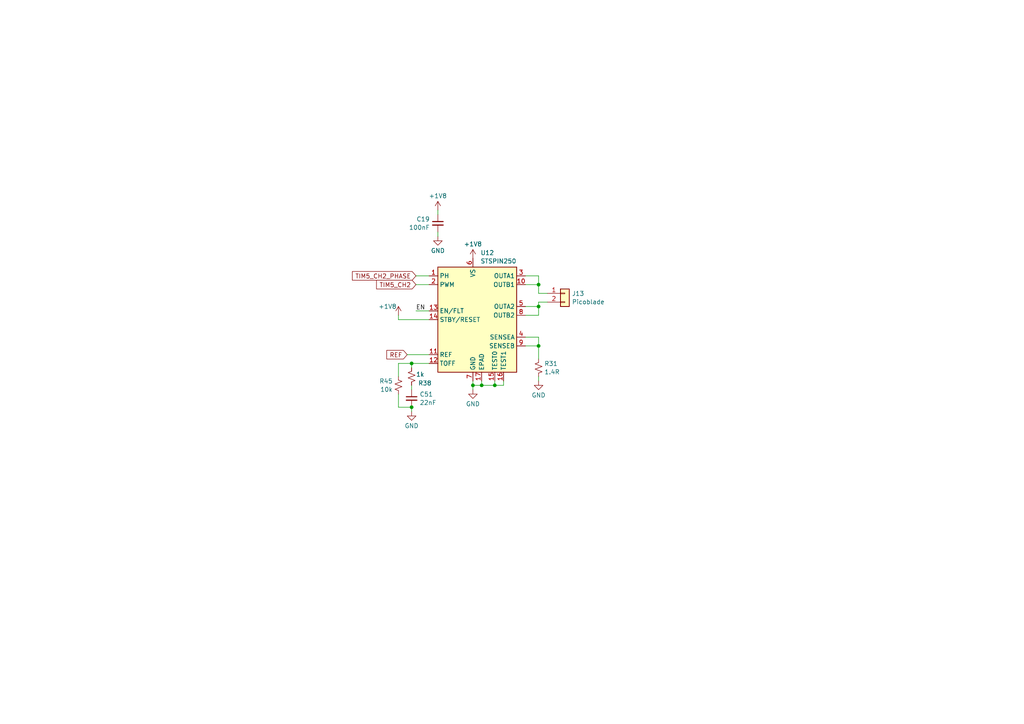
<source format=kicad_sch>
(kicad_sch (version 20230121) (generator eeschema)

  (uuid d3ae3c29-a710-4f7b-94c4-9f99cb159c5b)

  (paper "A4")

  (lib_symbols
    (symbol "Connector_Generic:Conn_01x02" (pin_names (offset 1.016) hide) (in_bom yes) (on_board yes)
      (property "Reference" "J" (at 0 2.54 0)
        (effects (font (size 1.27 1.27)))
      )
      (property "Value" "Conn_01x02" (at 0 -5.08 0)
        (effects (font (size 1.27 1.27)))
      )
      (property "Footprint" "" (at 0 0 0)
        (effects (font (size 1.27 1.27)) hide)
      )
      (property "Datasheet" "~" (at 0 0 0)
        (effects (font (size 1.27 1.27)) hide)
      )
      (property "ki_keywords" "connector" (at 0 0 0)
        (effects (font (size 1.27 1.27)) hide)
      )
      (property "ki_description" "Generic connector, single row, 01x02, script generated (kicad-library-utils/schlib/autogen/connector/)" (at 0 0 0)
        (effects (font (size 1.27 1.27)) hide)
      )
      (property "ki_fp_filters" "Connector*:*_1x??_*" (at 0 0 0)
        (effects (font (size 1.27 1.27)) hide)
      )
      (symbol "Conn_01x02_1_1"
        (rectangle (start -1.27 -2.413) (end 0 -2.667)
          (stroke (width 0.1524) (type default))
          (fill (type none))
        )
        (rectangle (start -1.27 0.127) (end 0 -0.127)
          (stroke (width 0.1524) (type default))
          (fill (type none))
        )
        (rectangle (start -1.27 1.27) (end 1.27 -3.81)
          (stroke (width 0.254) (type default))
          (fill (type background))
        )
        (pin passive line (at -5.08 0 0) (length 3.81)
          (name "Pin_1" (effects (font (size 1.27 1.27))))
          (number "1" (effects (font (size 1.27 1.27))))
        )
        (pin passive line (at -5.08 -2.54 0) (length 3.81)
          (name "Pin_2" (effects (font (size 1.27 1.27))))
          (number "2" (effects (font (size 1.27 1.27))))
        )
      )
    )
    (symbol "Device:C_Small" (pin_numbers hide) (pin_names (offset 0.254) hide) (in_bom yes) (on_board yes)
      (property "Reference" "C" (at 0.254 1.778 0)
        (effects (font (size 1.27 1.27)) (justify left))
      )
      (property "Value" "C_Small" (at 0.254 -2.032 0)
        (effects (font (size 1.27 1.27)) (justify left))
      )
      (property "Footprint" "" (at 0 0 0)
        (effects (font (size 1.27 1.27)) hide)
      )
      (property "Datasheet" "~" (at 0 0 0)
        (effects (font (size 1.27 1.27)) hide)
      )
      (property "ki_keywords" "capacitor cap" (at 0 0 0)
        (effects (font (size 1.27 1.27)) hide)
      )
      (property "ki_description" "Unpolarized capacitor, small symbol" (at 0 0 0)
        (effects (font (size 1.27 1.27)) hide)
      )
      (property "ki_fp_filters" "C_*" (at 0 0 0)
        (effects (font (size 1.27 1.27)) hide)
      )
      (symbol "C_Small_0_1"
        (polyline
          (pts
            (xy -1.524 -0.508)
            (xy 1.524 -0.508)
          )
          (stroke (width 0.3302) (type default))
          (fill (type none))
        )
        (polyline
          (pts
            (xy -1.524 0.508)
            (xy 1.524 0.508)
          )
          (stroke (width 0.3048) (type default))
          (fill (type none))
        )
      )
      (symbol "C_Small_1_1"
        (pin passive line (at 0 2.54 270) (length 2.032)
          (name "~" (effects (font (size 1.27 1.27))))
          (number "1" (effects (font (size 1.27 1.27))))
        )
        (pin passive line (at 0 -2.54 90) (length 2.032)
          (name "~" (effects (font (size 1.27 1.27))))
          (number "2" (effects (font (size 1.27 1.27))))
        )
      )
    )
    (symbol "Device:R_Small_US" (pin_numbers hide) (pin_names (offset 0.254) hide) (in_bom yes) (on_board yes)
      (property "Reference" "R" (at 0.762 0.508 0)
        (effects (font (size 1.27 1.27)) (justify left))
      )
      (property "Value" "R_Small_US" (at 0.762 -1.016 0)
        (effects (font (size 1.27 1.27)) (justify left))
      )
      (property "Footprint" "" (at 0 0 0)
        (effects (font (size 1.27 1.27)) hide)
      )
      (property "Datasheet" "~" (at 0 0 0)
        (effects (font (size 1.27 1.27)) hide)
      )
      (property "ki_keywords" "r resistor" (at 0 0 0)
        (effects (font (size 1.27 1.27)) hide)
      )
      (property "ki_description" "Resistor, small US symbol" (at 0 0 0)
        (effects (font (size 1.27 1.27)) hide)
      )
      (property "ki_fp_filters" "R_*" (at 0 0 0)
        (effects (font (size 1.27 1.27)) hide)
      )
      (symbol "R_Small_US_1_1"
        (polyline
          (pts
            (xy 0 0)
            (xy 1.016 -0.381)
            (xy 0 -0.762)
            (xy -1.016 -1.143)
            (xy 0 -1.524)
          )
          (stroke (width 0) (type default))
          (fill (type none))
        )
        (polyline
          (pts
            (xy 0 1.524)
            (xy 1.016 1.143)
            (xy 0 0.762)
            (xy -1.016 0.381)
            (xy 0 0)
          )
          (stroke (width 0) (type default))
          (fill (type none))
        )
        (pin passive line (at 0 2.54 270) (length 1.016)
          (name "~" (effects (font (size 1.27 1.27))))
          (number "1" (effects (font (size 1.27 1.27))))
        )
        (pin passive line (at 0 -2.54 90) (length 1.016)
          (name "~" (effects (font (size 1.27 1.27))))
          (number "2" (effects (font (size 1.27 1.27))))
        )
      )
    )
    (symbol "components_2:STSPIN250" (in_bom yes) (on_board yes)
      (property "Reference" "U" (at 6.35 21.59 0)
        (effects (font (size 1.27 1.27)))
      )
      (property "Value" "STSPIN250" (at 11.43 19.05 0)
        (effects (font (size 1.27 1.27)))
      )
      (property "Footprint" "" (at 0 24.13 0)
        (effects (font (size 1.27 1.27)) hide)
      )
      (property "Datasheet" "" (at 0 24.13 0)
        (effects (font (size 1.27 1.27)) hide)
      )
      (symbol "STSPIN250_0_1"
        (rectangle (start -10.16 15.24) (end 12.7 -15.24)
          (stroke (width 0.254) (type default))
          (fill (type background))
        )
      )
      (symbol "STSPIN250_1_1"
        (pin input line (at -12.7 12.7 0) (length 2.54)
          (name "PH" (effects (font (size 1.27 1.27))))
          (number "1" (effects (font (size 1.27 1.27))))
        )
        (pin power_out line (at 15.24 10.16 180) (length 2.54)
          (name "OUTB1" (effects (font (size 1.27 1.27))))
          (number "10" (effects (font (size 1.27 1.27))))
        )
        (pin input line (at -12.7 -10.16 0) (length 2.54)
          (name "REF" (effects (font (size 1.27 1.27))))
          (number "11" (effects (font (size 1.27 1.27))))
        )
        (pin input line (at -12.7 -12.7 0) (length 2.54)
          (name "TOFF" (effects (font (size 1.27 1.27))))
          (number "12" (effects (font (size 1.27 1.27))))
        )
        (pin bidirectional line (at -12.7 2.54 0) (length 2.54)
          (name "EN/FLT" (effects (font (size 1.27 1.27))))
          (number "13" (effects (font (size 1.27 1.27))))
        )
        (pin input line (at -12.7 0 0) (length 2.54)
          (name "STBY/RESET" (effects (font (size 1.27 1.27))))
          (number "14" (effects (font (size 1.27 1.27))))
        )
        (pin input line (at 6.35 -17.78 90) (length 2.54)
          (name "TEST0" (effects (font (size 1.27 1.27))))
          (number "15" (effects (font (size 1.27 1.27))))
        )
        (pin input line (at 8.89 -17.78 90) (length 2.54)
          (name "TEST1" (effects (font (size 1.27 1.27))))
          (number "16" (effects (font (size 1.27 1.27))))
        )
        (pin power_in line (at 2.54 -17.78 90) (length 2.54)
          (name "EPAD" (effects (font (size 1.27 1.27))))
          (number "17" (effects (font (size 1.27 1.27))))
        )
        (pin input line (at -12.7 10.16 0) (length 2.54)
          (name "PWM" (effects (font (size 1.27 1.27))))
          (number "2" (effects (font (size 1.27 1.27))))
        )
        (pin power_out line (at 15.24 12.7 180) (length 2.54)
          (name "OUTA1" (effects (font (size 1.27 1.27))))
          (number "3" (effects (font (size 1.27 1.27))))
        )
        (pin power_out line (at 15.24 -5.08 180) (length 2.54)
          (name "SENSEA" (effects (font (size 1.27 1.27))))
          (number "4" (effects (font (size 1.27 1.27))))
        )
        (pin power_out line (at 15.24 3.81 180) (length 2.54)
          (name "OUTA2" (effects (font (size 1.27 1.27))))
          (number "5" (effects (font (size 1.27 1.27))))
        )
        (pin power_in line (at 0 17.78 270) (length 2.54)
          (name "VS" (effects (font (size 1.27 1.27))))
          (number "6" (effects (font (size 1.27 1.27))))
        )
        (pin power_in line (at 0 -17.78 90) (length 2.54)
          (name "GND" (effects (font (size 1.27 1.27))))
          (number "7" (effects (font (size 1.27 1.27))))
        )
        (pin power_out line (at 15.24 1.27 180) (length 2.54)
          (name "OUTB2" (effects (font (size 1.27 1.27))))
          (number "8" (effects (font (size 1.27 1.27))))
        )
        (pin power_out line (at 15.24 -7.62 180) (length 2.54)
          (name "SENSEB" (effects (font (size 1.27 1.27))))
          (number "9" (effects (font (size 1.27 1.27))))
        )
      )
    )
    (symbol "power:+1V8" (power) (pin_names (offset 0)) (in_bom yes) (on_board yes)
      (property "Reference" "#PWR" (at 0 -3.81 0)
        (effects (font (size 1.27 1.27)) hide)
      )
      (property "Value" "+1V8" (at 0 3.556 0)
        (effects (font (size 1.27 1.27)))
      )
      (property "Footprint" "" (at 0 0 0)
        (effects (font (size 1.27 1.27)) hide)
      )
      (property "Datasheet" "" (at 0 0 0)
        (effects (font (size 1.27 1.27)) hide)
      )
      (property "ki_keywords" "global power" (at 0 0 0)
        (effects (font (size 1.27 1.27)) hide)
      )
      (property "ki_description" "Power symbol creates a global label with name \"+1V8\"" (at 0 0 0)
        (effects (font (size 1.27 1.27)) hide)
      )
      (symbol "+1V8_0_1"
        (polyline
          (pts
            (xy -0.762 1.27)
            (xy 0 2.54)
          )
          (stroke (width 0) (type default))
          (fill (type none))
        )
        (polyline
          (pts
            (xy 0 0)
            (xy 0 2.54)
          )
          (stroke (width 0) (type default))
          (fill (type none))
        )
        (polyline
          (pts
            (xy 0 2.54)
            (xy 0.762 1.27)
          )
          (stroke (width 0) (type default))
          (fill (type none))
        )
      )
      (symbol "+1V8_1_1"
        (pin power_in line (at 0 0 90) (length 0) hide
          (name "+1V8" (effects (font (size 1.27 1.27))))
          (number "1" (effects (font (size 1.27 1.27))))
        )
      )
    )
    (symbol "power:GND" (power) (pin_names (offset 0)) (in_bom yes) (on_board yes)
      (property "Reference" "#PWR" (at 0 -6.35 0)
        (effects (font (size 1.27 1.27)) hide)
      )
      (property "Value" "GND" (at 0 -3.81 0)
        (effects (font (size 1.27 1.27)))
      )
      (property "Footprint" "" (at 0 0 0)
        (effects (font (size 1.27 1.27)) hide)
      )
      (property "Datasheet" "" (at 0 0 0)
        (effects (font (size 1.27 1.27)) hide)
      )
      (property "ki_keywords" "global power" (at 0 0 0)
        (effects (font (size 1.27 1.27)) hide)
      )
      (property "ki_description" "Power symbol creates a global label with name \"GND\" , ground" (at 0 0 0)
        (effects (font (size 1.27 1.27)) hide)
      )
      (symbol "GND_0_1"
        (polyline
          (pts
            (xy 0 0)
            (xy 0 -1.27)
            (xy 1.27 -1.27)
            (xy 0 -2.54)
            (xy -1.27 -1.27)
            (xy 0 -1.27)
          )
          (stroke (width 0) (type default))
          (fill (type none))
        )
      )
      (symbol "GND_1_1"
        (pin power_in line (at 0 0 270) (length 0) hide
          (name "GND" (effects (font (size 1.27 1.27))))
          (number "1" (effects (font (size 1.27 1.27))))
        )
      )
    )
  )

  (junction (at 156.21 88.9) (diameter 0) (color 0 0 0 0)
    (uuid 434cb4db-e008-497a-ac75-29356549856d)
  )
  (junction (at 156.21 82.55) (diameter 0) (color 0 0 0 0)
    (uuid 73c65292-b353-4b6d-8478-edeff7afb8c7)
  )
  (junction (at 119.38 118.11) (diameter 0) (color 0 0 0 0)
    (uuid 94b6b8c9-8047-4795-9a9c-fb7cd95c839f)
  )
  (junction (at 156.21 100.33) (diameter 0) (color 0 0 0 0)
    (uuid a7a6fb4e-42d6-42a7-bbf0-d6c88e0348fa)
  )
  (junction (at 143.51 111.76) (diameter 0) (color 0 0 0 0)
    (uuid b3b1cf1f-3840-4d7e-9047-79997c3d87d6)
  )
  (junction (at 137.16 111.76) (diameter 0) (color 0 0 0 0)
    (uuid cbccabf5-514d-4f33-a5e2-8afd2e5196d0)
  )
  (junction (at 119.38 105.41) (diameter 0) (color 0 0 0 0)
    (uuid e8e8b19e-38ee-46f6-abe7-2eb9415a0c45)
  )
  (junction (at 139.7 111.76) (diameter 0) (color 0 0 0 0)
    (uuid ef668624-f822-4384-8bde-da48dda47b2b)
  )

  (wire (pts (xy 158.75 87.63) (xy 156.21 87.63))
    (stroke (width 0) (type default))
    (uuid 03cd1acd-860c-41b6-a0cf-6e5051d36e0a)
  )
  (wire (pts (xy 119.38 119.38) (xy 119.38 118.11))
    (stroke (width 0) (type default))
    (uuid 0b449ecc-9c82-4820-8698-d2d4d1a6b484)
  )
  (wire (pts (xy 152.4 91.44) (xy 156.21 91.44))
    (stroke (width 0) (type default))
    (uuid 0eadbab4-a729-4a40-b7f8-df60fec4a64f)
  )
  (wire (pts (xy 115.57 92.71) (xy 124.46 92.71))
    (stroke (width 0) (type default))
    (uuid 0f466d35-9b0b-4ceb-b8cd-ea19adb3e898)
  )
  (wire (pts (xy 143.51 111.76) (xy 143.51 110.49))
    (stroke (width 0) (type default))
    (uuid 19da91f9-6a5f-48be-9fcf-aa2467619f8e)
  )
  (wire (pts (xy 156.21 100.33) (xy 156.21 104.14))
    (stroke (width 0) (type default))
    (uuid 1b9f4e11-f494-4182-b389-bc772a267783)
  )
  (wire (pts (xy 115.57 105.41) (xy 119.38 105.41))
    (stroke (width 0) (type default))
    (uuid 20724527-7776-4670-b0cc-9f7d650e952e)
  )
  (wire (pts (xy 156.21 97.79) (xy 156.21 100.33))
    (stroke (width 0) (type default))
    (uuid 23522f3e-82c7-4660-bf36-698bed9ff747)
  )
  (wire (pts (xy 115.57 105.41) (xy 115.57 109.22))
    (stroke (width 0) (type default))
    (uuid 266f7f8c-85f0-4bfc-ac14-3e43d1278dbb)
  )
  (wire (pts (xy 118.11 102.87) (xy 124.46 102.87))
    (stroke (width 0) (type default))
    (uuid 281cc014-5e66-4632-bf75-9540f4ceba37)
  )
  (wire (pts (xy 139.7 111.76) (xy 143.51 111.76))
    (stroke (width 0) (type default))
    (uuid 2c7a6d3a-27d4-47e9-a4c8-a2f54c3346dd)
  )
  (wire (pts (xy 115.57 91.44) (xy 115.57 92.71))
    (stroke (width 0) (type default))
    (uuid 2e373b68-696b-43be-8c67-9f63ce48e298)
  )
  (wire (pts (xy 119.38 111.76) (xy 119.38 113.03))
    (stroke (width 0) (type default))
    (uuid 2e7aa4f7-2f59-45c0-9c9e-df1fa5d386ac)
  )
  (wire (pts (xy 156.21 88.9) (xy 156.21 91.44))
    (stroke (width 0) (type default))
    (uuid 445ea813-6607-4352-8695-0473fe659a8a)
  )
  (wire (pts (xy 137.16 111.76) (xy 137.16 113.03))
    (stroke (width 0) (type default))
    (uuid 45a19862-9131-4617-be6d-7f257a3c5054)
  )
  (wire (pts (xy 139.7 111.76) (xy 139.7 110.49))
    (stroke (width 0) (type default))
    (uuid 487c0dd1-8201-4f33-b8f2-393144b038f8)
  )
  (wire (pts (xy 146.05 111.76) (xy 146.05 110.49))
    (stroke (width 0) (type default))
    (uuid 4ce01599-ccbc-4594-b42d-d099858787a8)
  )
  (wire (pts (xy 120.65 80.01) (xy 124.46 80.01))
    (stroke (width 0) (type default))
    (uuid 55c70189-3797-4c7b-a2ec-5d86748f491c)
  )
  (wire (pts (xy 137.16 110.49) (xy 137.16 111.76))
    (stroke (width 0) (type default))
    (uuid 603a7429-cd78-4607-ab5d-caf3dfa7385e)
  )
  (wire (pts (xy 156.21 85.09) (xy 158.75 85.09))
    (stroke (width 0) (type default))
    (uuid 6d3e1bae-fd32-4e05-b28b-78396ec183c2)
  )
  (wire (pts (xy 127 67.31) (xy 127 68.58))
    (stroke (width 0) (type default))
    (uuid 78851fe2-9688-4dbc-9a81-e27ce981c1f3)
  )
  (wire (pts (xy 156.21 82.55) (xy 156.21 85.09))
    (stroke (width 0) (type default))
    (uuid 815d45b0-8540-4fa8-8a69-4ab3476e3638)
  )
  (wire (pts (xy 152.4 82.55) (xy 156.21 82.55))
    (stroke (width 0) (type default))
    (uuid 911ea3c5-c522-48e4-b8b7-ffe02eb55a93)
  )
  (wire (pts (xy 143.51 111.76) (xy 146.05 111.76))
    (stroke (width 0) (type default))
    (uuid 91d6b792-46f7-47f9-91e4-44f1397bc96d)
  )
  (wire (pts (xy 152.4 97.79) (xy 156.21 97.79))
    (stroke (width 0) (type default))
    (uuid a13d80eb-dd9f-4a70-b224-482e1c96e3df)
  )
  (wire (pts (xy 156.21 88.9) (xy 152.4 88.9))
    (stroke (width 0) (type default))
    (uuid a660deba-e634-41a5-9be9-1acdd54ca362)
  )
  (wire (pts (xy 152.4 100.33) (xy 156.21 100.33))
    (stroke (width 0) (type default))
    (uuid b7184f51-76fc-4818-af53-3af825e81bd1)
  )
  (wire (pts (xy 115.57 118.11) (xy 119.38 118.11))
    (stroke (width 0) (type default))
    (uuid c318da2f-fddf-4636-993e-5bc7cca1beac)
  )
  (wire (pts (xy 120.65 82.55) (xy 124.46 82.55))
    (stroke (width 0) (type default))
    (uuid d171589c-138d-4ead-96cc-2f3e651a3704)
  )
  (wire (pts (xy 156.21 80.01) (xy 156.21 82.55))
    (stroke (width 0) (type default))
    (uuid df2ba190-63ee-43e9-80ec-603bc7b1877f)
  )
  (wire (pts (xy 137.16 111.76) (xy 139.7 111.76))
    (stroke (width 0) (type default))
    (uuid e3059f48-6eba-4772-a1e5-7160201bb03c)
  )
  (wire (pts (xy 120.65 90.17) (xy 124.46 90.17))
    (stroke (width 0) (type default))
    (uuid e9a31b84-fa76-47dc-b181-4530f0359c14)
  )
  (wire (pts (xy 156.21 109.22) (xy 156.21 110.49))
    (stroke (width 0) (type default))
    (uuid eb020714-22ff-400a-b95c-78631cd48784)
  )
  (wire (pts (xy 119.38 105.41) (xy 119.38 106.68))
    (stroke (width 0) (type default))
    (uuid f1eb8655-58c5-4a22-8f79-c4cc1f1bf9d1)
  )
  (wire (pts (xy 127 60.96) (xy 127 62.23))
    (stroke (width 0) (type default))
    (uuid f720122c-4380-418b-9614-9675d2e484e4)
  )
  (wire (pts (xy 115.57 114.3) (xy 115.57 118.11))
    (stroke (width 0) (type default))
    (uuid f7316a7e-2476-4819-8fb7-96fb7a77e1e5)
  )
  (wire (pts (xy 119.38 105.41) (xy 124.46 105.41))
    (stroke (width 0) (type default))
    (uuid f7a28afd-0294-4a52-a35d-87b0cb052b0f)
  )
  (wire (pts (xy 156.21 87.63) (xy 156.21 88.9))
    (stroke (width 0) (type default))
    (uuid fd07932c-b6c9-4dc1-bdde-48111e3bddea)
  )
  (wire (pts (xy 152.4 80.01) (xy 156.21 80.01))
    (stroke (width 0) (type default))
    (uuid fd3999ed-52e0-460b-b2ea-b4287d468792)
  )

  (label "EN" (at 120.65 90.17 0) (fields_autoplaced)
    (effects (font (size 1.27 1.27)) (justify left bottom))
    (uuid cc3ae181-a2dc-4730-89a8-d239b9afe088)
  )

  (global_label "TIM5_CH2" (shape input) (at 120.65 82.55 180) (fields_autoplaced)
    (effects (font (size 1.27 1.27)) (justify right))
    (uuid 1d932614-3954-4b4e-8684-12dfc493b1e9)
    (property "Intersheetrefs" "${INTERSHEET_REFS}" (at 108.6539 82.55 0)
      (effects (font (size 1.27 1.27)) (justify right) hide)
    )
  )
  (global_label "REF" (shape input) (at 118.11 102.87 180) (fields_autoplaced)
    (effects (font (size 1.27 1.27)) (justify right))
    (uuid 435ff314-4e9b-4272-907f-4855ecde8380)
    (property "Intersheetrefs" "${INTERSHEET_REFS}" (at 111.6172 102.87 0)
      (effects (font (size 1.27 1.27)) (justify right) hide)
    )
  )
  (global_label "TIM5_CH2_PHASE" (shape input) (at 120.65 80.01 180) (fields_autoplaced)
    (effects (font (size 1.27 1.27)) (justify right))
    (uuid 547f12cb-8a91-46e5-b64c-02416b2bca43)
    (property "Intersheetrefs" "${INTERSHEET_REFS}" (at 101.6387 80.01 0)
      (effects (font (size 1.27 1.27)) (justify right) hide)
    )
  )

  (symbol (lib_id "components_2:STSPIN250") (at 137.16 92.71 0) (unit 1)
    (in_bom yes) (on_board yes) (dnp no) (fields_autoplaced)
    (uuid 19eeca92-6ca8-4a31-b672-8fde65669788)
    (property "Reference" "U12" (at 139.3541 73.3257 0)
      (effects (font (size 1.27 1.27)) (justify left))
    )
    (property "Value" "STSPIN250" (at 139.3541 75.7499 0)
      (effects (font (size 1.27 1.27)) (justify left))
    )
    (property "Footprint" "Ultra_librarian:VFQFPN16_STSPIN_STM" (at 137.16 68.58 0)
      (effects (font (size 1.27 1.27)) hide)
    )
    (property "Datasheet" "" (at 137.16 68.58 0)
      (effects (font (size 1.27 1.27)) hide)
    )
    (property "LCSC" "C155561" (at 137.16 92.71 0)
      (effects (font (size 1.27 1.27)) hide)
    )
    (pin "1" (uuid e46c6c14-ad89-41e7-8adc-19629b9363a5))
    (pin "10" (uuid 97811da0-6c20-4a56-8acc-ede948d652a4))
    (pin "11" (uuid 6cd8da83-5e41-42b5-9795-1502d753ce59))
    (pin "12" (uuid 5072d2bc-849c-45b0-86a6-f246efd8c396))
    (pin "13" (uuid 4e2c5edb-598c-4673-981e-bcf1a29386c7))
    (pin "14" (uuid ed236e16-818c-40c0-8947-e853eeccb1af))
    (pin "15" (uuid 027bc0af-25d8-4ee4-b50a-e4daa7fb83c4))
    (pin "16" (uuid 1f78152d-2d05-4851-8d13-4c6d33a2c056))
    (pin "17" (uuid 2a41c778-4014-4d8b-a467-265f45364098))
    (pin "2" (uuid d0ed151e-5bd0-4e9e-9f18-83566a9c2c95))
    (pin "3" (uuid e5cded07-f179-4277-acae-df617063fae1))
    (pin "4" (uuid 7dcbdaa4-9ce3-441b-bc2b-1453d2e23489))
    (pin "5" (uuid 73c7dc44-4717-45ba-9c72-8d83ddba3050))
    (pin "6" (uuid b625d927-c8b1-4d35-b443-f77956de00b2))
    (pin "7" (uuid fac90f5f-7773-4d00-a29d-cf122037bab4))
    (pin "8" (uuid a5d3c886-c924-40c6-89f2-10d7a9adb180))
    (pin "9" (uuid 917c6d82-403f-49be-8bb7-e6186ace1d0d))
    (instances
      (project "KASM_PCB_REV1"
        (path "/bcd76057-59fd-41c5-bb52-9bafb2ef74e0/04e958db-aa3d-41e7-905b-1283accbf3a5"
          (reference "U12") (unit 1)
        )
        (path "/bcd76057-59fd-41c5-bb52-9bafb2ef74e0/04e958db-aa3d-41e7-905b-1283accbf3a5/18dc00ae-3159-4780-b672-12977f79e5ac"
          (reference "U5") (unit 1)
        )
        (path "/bcd76057-59fd-41c5-bb52-9bafb2ef74e0/04e958db-aa3d-41e7-905b-1283accbf3a5/0e4a8bf2-0dd0-4daf-93f5-21aaab6e9079"
          (reference "U12") (unit 1)
        )
        (path "/bcd76057-59fd-41c5-bb52-9bafb2ef74e0/04e958db-aa3d-41e7-905b-1283accbf3a5/fa3e3175-0ec2-4c23-918b-18b69f6d22c9"
          (reference "U7") (unit 1)
        )
        (path "/bcd76057-59fd-41c5-bb52-9bafb2ef74e0/04e958db-aa3d-41e7-905b-1283accbf3a5/5eb57887-e81e-4477-9dd7-7aacc0de0d0b"
          (reference "U34") (unit 1)
        )
        (path "/bcd76057-59fd-41c5-bb52-9bafb2ef74e0/04e958db-aa3d-41e7-905b-1283accbf3a5/e0928f68-e618-4bed-a90d-d4217e4537fe"
          (reference "U35") (unit 1)
        )
        (path "/bcd76057-59fd-41c5-bb52-9bafb2ef74e0/04e958db-aa3d-41e7-905b-1283accbf3a5/035548b8-a31f-4ce4-88ad-eb25e49c8086"
          (reference "U36") (unit 1)
        )
        (path "/bcd76057-59fd-41c5-bb52-9bafb2ef74e0/04e958db-aa3d-41e7-905b-1283accbf3a5/ea7abcee-3bcc-4e0d-ba1f-bfc5afeaff56"
          (reference "U37") (unit 1)
        )
        (path "/bcd76057-59fd-41c5-bb52-9bafb2ef74e0/04e958db-aa3d-41e7-905b-1283accbf3a5/d43b2610-0e88-49f5-accf-91021c3a3747"
          (reference "U38") (unit 1)
        )
        (path "/bcd76057-59fd-41c5-bb52-9bafb2ef74e0/04e958db-aa3d-41e7-905b-1283accbf3a5/183aa310-3222-4137-baac-257f5699b820"
          (reference "U39") (unit 1)
        )
        (path "/bcd76057-59fd-41c5-bb52-9bafb2ef74e0/04e958db-aa3d-41e7-905b-1283accbf3a5/517c7ed0-094c-4bf8-893e-b74da427973a"
          (reference "U40") (unit 1)
        )
        (path "/bcd76057-59fd-41c5-bb52-9bafb2ef74e0/04e958db-aa3d-41e7-905b-1283accbf3a5/31bee4a8-b94d-44ab-a7b7-0e5ab7943934"
          (reference "U41") (unit 1)
        )
        (path "/bcd76057-59fd-41c5-bb52-9bafb2ef74e0/04e958db-aa3d-41e7-905b-1283accbf3a5/3c7f0f67-84e4-46e0-ae69-a3c8008fc518"
          (reference "U42") (unit 1)
        )
        (path "/bcd76057-59fd-41c5-bb52-9bafb2ef74e0/04e958db-aa3d-41e7-905b-1283accbf3a5/09624144-9abc-4214-b8b3-19be92fa01bb"
          (reference "U43") (unit 1)
        )
        (path "/bcd76057-59fd-41c5-bb52-9bafb2ef74e0/04e958db-aa3d-41e7-905b-1283accbf3a5/debcf873-ffd9-4218-a838-354e10f40114"
          (reference "U44") (unit 1)
        )
        (path "/bcd76057-59fd-41c5-bb52-9bafb2ef74e0/04e958db-aa3d-41e7-905b-1283accbf3a5/f3d20732-cdac-44e3-a331-3cd31b97ff57"
          (reference "U45") (unit 1)
        )
        (path "/bcd76057-59fd-41c5-bb52-9bafb2ef74e0/04e958db-aa3d-41e7-905b-1283accbf3a5/d282b751-7721-4014-b2b7-469980c2fd3d"
          (reference "U46") (unit 1)
        )
        (path "/bcd76057-59fd-41c5-bb52-9bafb2ef74e0/04e958db-aa3d-41e7-905b-1283accbf3a5/2f342150-1aa1-4808-811e-c8652a7360ed"
          (reference "U47") (unit 1)
        )
        (path "/bcd76057-59fd-41c5-bb52-9bafb2ef74e0/04e958db-aa3d-41e7-905b-1283accbf3a5/880b3b36-85e8-4c3c-aa09-491ac2842d9f"
          (reference "U48") (unit 1)
        )
        (path "/bcd76057-59fd-41c5-bb52-9bafb2ef74e0/04e958db-aa3d-41e7-905b-1283accbf3a5/a00a6dc6-5da7-4e1f-b4ec-6af8efc204f4"
          (reference "U49") (unit 1)
        )
        (path "/bcd76057-59fd-41c5-bb52-9bafb2ef74e0/04e958db-aa3d-41e7-905b-1283accbf3a5/fb97f32a-344e-42d0-80a3-2f30f649c95b"
          (reference "U50") (unit 1)
        )
        (path "/bcd76057-59fd-41c5-bb52-9bafb2ef74e0/04e958db-aa3d-41e7-905b-1283accbf3a5/758d2951-640e-4c88-be12-1a100eb086a5"
          (reference "U51") (unit 1)
        )
        (path "/bcd76057-59fd-41c5-bb52-9bafb2ef74e0/04e958db-aa3d-41e7-905b-1283accbf3a5/cc8e9e82-b38f-4c96-81d0-3ca8ac77f771"
          (reference "U53") (unit 1)
        )
        (path "/bcd76057-59fd-41c5-bb52-9bafb2ef74e0/04e958db-aa3d-41e7-905b-1283accbf3a5/b1894ed9-6a63-4439-a2e8-1827c3e49ee7"
          (reference "U54") (unit 1)
        )
        (path "/bcd76057-59fd-41c5-bb52-9bafb2ef74e0/04e958db-aa3d-41e7-905b-1283accbf3a5/a49d49c7-da1f-4137-a620-bdc9f58595d1"
          (reference "U55") (unit 1)
        )
        (path "/bcd76057-59fd-41c5-bb52-9bafb2ef74e0/04e958db-aa3d-41e7-905b-1283accbf3a5/80cd4e08-0efe-488f-8e92-54beb1b4d1f2"
          (reference "U56") (unit 1)
        )
        (path "/bcd76057-59fd-41c5-bb52-9bafb2ef74e0/04e958db-aa3d-41e7-905b-1283accbf3a5/317da025-5f62-4c93-8d06-7954e608af1c"
          (reference "U57") (unit 1)
        )
        (path "/bcd76057-59fd-41c5-bb52-9bafb2ef74e0/04e958db-aa3d-41e7-905b-1283accbf3a5/1e6d7f69-4122-453e-9254-d2339f5150d7"
          (reference "U52") (unit 1)
        )
      )
    )
  )

  (symbol (lib_id "power:GND") (at 119.38 119.38 0) (unit 1)
    (in_bom yes) (on_board yes) (dnp no)
    (uuid 1b560aea-f1d1-4242-9055-9226e0b1f112)
    (property "Reference" "#PWR0113" (at 119.38 125.73 0)
      (effects (font (size 1.27 1.27)) hide)
    )
    (property "Value" "GND" (at 119.38 123.5131 0)
      (effects (font (size 1.27 1.27)))
    )
    (property "Footprint" "" (at 119.38 119.38 0)
      (effects (font (size 1.27 1.27)) hide)
    )
    (property "Datasheet" "" (at 119.38 119.38 0)
      (effects (font (size 1.27 1.27)) hide)
    )
    (pin "1" (uuid 4637a27a-c5c6-4311-b6dc-3fecae4bd51a))
    (instances
      (project "KASM_PCB_REV1"
        (path "/bcd76057-59fd-41c5-bb52-9bafb2ef74e0/04e958db-aa3d-41e7-905b-1283accbf3a5"
          (reference "#PWR0113") (unit 1)
        )
        (path "/bcd76057-59fd-41c5-bb52-9bafb2ef74e0/04e958db-aa3d-41e7-905b-1283accbf3a5/18dc00ae-3159-4780-b672-12977f79e5ac"
          (reference "#PWR0106") (unit 1)
        )
        (path "/bcd76057-59fd-41c5-bb52-9bafb2ef74e0/04e958db-aa3d-41e7-905b-1283accbf3a5/0e4a8bf2-0dd0-4daf-93f5-21aaab6e9079"
          (reference "#PWR0262") (unit 1)
        )
        (path "/bcd76057-59fd-41c5-bb52-9bafb2ef74e0/04e958db-aa3d-41e7-905b-1283accbf3a5/fa3e3175-0ec2-4c23-918b-18b69f6d22c9"
          (reference "#PWR0108") (unit 1)
        )
        (path "/bcd76057-59fd-41c5-bb52-9bafb2ef74e0/04e958db-aa3d-41e7-905b-1283accbf3a5/5eb57887-e81e-4477-9dd7-7aacc0de0d0b"
          (reference "#PWR0269") (unit 1)
        )
        (path "/bcd76057-59fd-41c5-bb52-9bafb2ef74e0/04e958db-aa3d-41e7-905b-1283accbf3a5/e0928f68-e618-4bed-a90d-d4217e4537fe"
          (reference "#PWR0276") (unit 1)
        )
        (path "/bcd76057-59fd-41c5-bb52-9bafb2ef74e0/04e958db-aa3d-41e7-905b-1283accbf3a5/035548b8-a31f-4ce4-88ad-eb25e49c8086"
          (reference "#PWR0283") (unit 1)
        )
        (path "/bcd76057-59fd-41c5-bb52-9bafb2ef74e0/04e958db-aa3d-41e7-905b-1283accbf3a5/ea7abcee-3bcc-4e0d-ba1f-bfc5afeaff56"
          (reference "#PWR0290") (unit 1)
        )
        (path "/bcd76057-59fd-41c5-bb52-9bafb2ef74e0/04e958db-aa3d-41e7-905b-1283accbf3a5/d43b2610-0e88-49f5-accf-91021c3a3747"
          (reference "#PWR0297") (unit 1)
        )
        (path "/bcd76057-59fd-41c5-bb52-9bafb2ef74e0/04e958db-aa3d-41e7-905b-1283accbf3a5/183aa310-3222-4137-baac-257f5699b820"
          (reference "#PWR0304") (unit 1)
        )
        (path "/bcd76057-59fd-41c5-bb52-9bafb2ef74e0/04e958db-aa3d-41e7-905b-1283accbf3a5/517c7ed0-094c-4bf8-893e-b74da427973a"
          (reference "#PWR0311") (unit 1)
        )
        (path "/bcd76057-59fd-41c5-bb52-9bafb2ef74e0/04e958db-aa3d-41e7-905b-1283accbf3a5/31bee4a8-b94d-44ab-a7b7-0e5ab7943934"
          (reference "#PWR0318") (unit 1)
        )
        (path "/bcd76057-59fd-41c5-bb52-9bafb2ef74e0/04e958db-aa3d-41e7-905b-1283accbf3a5/3c7f0f67-84e4-46e0-ae69-a3c8008fc518"
          (reference "#PWR0325") (unit 1)
        )
        (path "/bcd76057-59fd-41c5-bb52-9bafb2ef74e0/04e958db-aa3d-41e7-905b-1283accbf3a5/09624144-9abc-4214-b8b3-19be92fa01bb"
          (reference "#PWR0332") (unit 1)
        )
        (path "/bcd76057-59fd-41c5-bb52-9bafb2ef74e0/04e958db-aa3d-41e7-905b-1283accbf3a5/debcf873-ffd9-4218-a838-354e10f40114"
          (reference "#PWR0339") (unit 1)
        )
        (path "/bcd76057-59fd-41c5-bb52-9bafb2ef74e0/04e958db-aa3d-41e7-905b-1283accbf3a5/f3d20732-cdac-44e3-a331-3cd31b97ff57"
          (reference "#PWR0346") (unit 1)
        )
        (path "/bcd76057-59fd-41c5-bb52-9bafb2ef74e0/04e958db-aa3d-41e7-905b-1283accbf3a5/d282b751-7721-4014-b2b7-469980c2fd3d"
          (reference "#PWR0353") (unit 1)
        )
        (path "/bcd76057-59fd-41c5-bb52-9bafb2ef74e0/04e958db-aa3d-41e7-905b-1283accbf3a5/2f342150-1aa1-4808-811e-c8652a7360ed"
          (reference "#PWR0360") (unit 1)
        )
        (path "/bcd76057-59fd-41c5-bb52-9bafb2ef74e0/04e958db-aa3d-41e7-905b-1283accbf3a5/880b3b36-85e8-4c3c-aa09-491ac2842d9f"
          (reference "#PWR0367") (unit 1)
        )
        (path "/bcd76057-59fd-41c5-bb52-9bafb2ef74e0/04e958db-aa3d-41e7-905b-1283accbf3a5/a00a6dc6-5da7-4e1f-b4ec-6af8efc204f4"
          (reference "#PWR0374") (unit 1)
        )
        (path "/bcd76057-59fd-41c5-bb52-9bafb2ef74e0/04e958db-aa3d-41e7-905b-1283accbf3a5/fb97f32a-344e-42d0-80a3-2f30f649c95b"
          (reference "#PWR0381") (unit 1)
        )
        (path "/bcd76057-59fd-41c5-bb52-9bafb2ef74e0/04e958db-aa3d-41e7-905b-1283accbf3a5/758d2951-640e-4c88-be12-1a100eb086a5"
          (reference "#PWR0388") (unit 1)
        )
        (path "/bcd76057-59fd-41c5-bb52-9bafb2ef74e0/04e958db-aa3d-41e7-905b-1283accbf3a5/cc8e9e82-b38f-4c96-81d0-3ca8ac77f771"
          (reference "#PWR0402") (unit 1)
        )
        (path "/bcd76057-59fd-41c5-bb52-9bafb2ef74e0/04e958db-aa3d-41e7-905b-1283accbf3a5/b1894ed9-6a63-4439-a2e8-1827c3e49ee7"
          (reference "#PWR0409") (unit 1)
        )
        (path "/bcd76057-59fd-41c5-bb52-9bafb2ef74e0/04e958db-aa3d-41e7-905b-1283accbf3a5/a49d49c7-da1f-4137-a620-bdc9f58595d1"
          (reference "#PWR0416") (unit 1)
        )
        (path "/bcd76057-59fd-41c5-bb52-9bafb2ef74e0/04e958db-aa3d-41e7-905b-1283accbf3a5/80cd4e08-0efe-488f-8e92-54beb1b4d1f2"
          (reference "#PWR0423") (unit 1)
        )
        (path "/bcd76057-59fd-41c5-bb52-9bafb2ef74e0/04e958db-aa3d-41e7-905b-1283accbf3a5/317da025-5f62-4c93-8d06-7954e608af1c"
          (reference "#PWR0430") (unit 1)
        )
        (path "/bcd76057-59fd-41c5-bb52-9bafb2ef74e0/04e958db-aa3d-41e7-905b-1283accbf3a5/1e6d7f69-4122-453e-9254-d2339f5150d7"
          (reference "#PWR0395") (unit 1)
        )
      )
    )
  )

  (symbol (lib_id "Device:R_Small_US") (at 115.57 111.76 0) (unit 1)
    (in_bom yes) (on_board yes) (dnp no)
    (uuid 1c0f638b-f20f-4b2e-b1b4-83a656ba64a2)
    (property "Reference" "R45" (at 113.919 110.5479 0)
      (effects (font (size 1.27 1.27)) (justify right))
    )
    (property "Value" "10k" (at 113.919 112.9721 0)
      (effects (font (size 1.27 1.27)) (justify right))
    )
    (property "Footprint" "Resistor_SMD:R_0402_1005Metric" (at 115.57 111.76 0)
      (effects (font (size 1.27 1.27)) hide)
    )
    (property "Datasheet" "~" (at 115.57 111.76 0)
      (effects (font (size 1.27 1.27)) hide)
    )
    (property "LCSC" "C25744" (at 115.57 111.76 0)
      (effects (font (size 1.27 1.27)) hide)
    )
    (pin "1" (uuid 32b177db-daf9-4a6b-9c8f-4c4a6aa2c23e))
    (pin "2" (uuid 07fe93d4-1469-4ba6-a4b1-0eeff5425a0e))
    (instances
      (project "KASM_PCB_REV1"
        (path "/bcd76057-59fd-41c5-bb52-9bafb2ef74e0/04e958db-aa3d-41e7-905b-1283accbf3a5"
          (reference "R45") (unit 1)
        )
        (path "/bcd76057-59fd-41c5-bb52-9bafb2ef74e0/04e958db-aa3d-41e7-905b-1283accbf3a5/18dc00ae-3159-4780-b672-12977f79e5ac"
          (reference "R45") (unit 1)
        )
        (path "/bcd76057-59fd-41c5-bb52-9bafb2ef74e0/04e958db-aa3d-41e7-905b-1283accbf3a5/0e4a8bf2-0dd0-4daf-93f5-21aaab6e9079"
          (reference "R110") (unit 1)
        )
        (path "/bcd76057-59fd-41c5-bb52-9bafb2ef74e0/04e958db-aa3d-41e7-905b-1283accbf3a5/fa3e3175-0ec2-4c23-918b-18b69f6d22c9"
          (reference "R40") (unit 1)
        )
        (path "/bcd76057-59fd-41c5-bb52-9bafb2ef74e0/04e958db-aa3d-41e7-905b-1283accbf3a5/5eb57887-e81e-4477-9dd7-7aacc0de0d0b"
          (reference "R113") (unit 1)
        )
        (path "/bcd76057-59fd-41c5-bb52-9bafb2ef74e0/04e958db-aa3d-41e7-905b-1283accbf3a5/e0928f68-e618-4bed-a90d-d4217e4537fe"
          (reference "R116") (unit 1)
        )
        (path "/bcd76057-59fd-41c5-bb52-9bafb2ef74e0/04e958db-aa3d-41e7-905b-1283accbf3a5/035548b8-a31f-4ce4-88ad-eb25e49c8086"
          (reference "R119") (unit 1)
        )
        (path "/bcd76057-59fd-41c5-bb52-9bafb2ef74e0/04e958db-aa3d-41e7-905b-1283accbf3a5/ea7abcee-3bcc-4e0d-ba1f-bfc5afeaff56"
          (reference "R122") (unit 1)
        )
        (path "/bcd76057-59fd-41c5-bb52-9bafb2ef74e0/04e958db-aa3d-41e7-905b-1283accbf3a5/d43b2610-0e88-49f5-accf-91021c3a3747"
          (reference "R125") (unit 1)
        )
        (path "/bcd76057-59fd-41c5-bb52-9bafb2ef74e0/04e958db-aa3d-41e7-905b-1283accbf3a5/183aa310-3222-4137-baac-257f5699b820"
          (reference "R128") (unit 1)
        )
        (path "/bcd76057-59fd-41c5-bb52-9bafb2ef74e0/04e958db-aa3d-41e7-905b-1283accbf3a5/517c7ed0-094c-4bf8-893e-b74da427973a"
          (reference "R131") (unit 1)
        )
        (path "/bcd76057-59fd-41c5-bb52-9bafb2ef74e0/04e958db-aa3d-41e7-905b-1283accbf3a5/31bee4a8-b94d-44ab-a7b7-0e5ab7943934"
          (reference "R134") (unit 1)
        )
        (path "/bcd76057-59fd-41c5-bb52-9bafb2ef74e0/04e958db-aa3d-41e7-905b-1283accbf3a5/3c7f0f67-84e4-46e0-ae69-a3c8008fc518"
          (reference "R137") (unit 1)
        )
        (path "/bcd76057-59fd-41c5-bb52-9bafb2ef74e0/04e958db-aa3d-41e7-905b-1283accbf3a5/09624144-9abc-4214-b8b3-19be92fa01bb"
          (reference "R140") (unit 1)
        )
        (path "/bcd76057-59fd-41c5-bb52-9bafb2ef74e0/04e958db-aa3d-41e7-905b-1283accbf3a5/debcf873-ffd9-4218-a838-354e10f40114"
          (reference "R143") (unit 1)
        )
        (path "/bcd76057-59fd-41c5-bb52-9bafb2ef74e0/04e958db-aa3d-41e7-905b-1283accbf3a5/f3d20732-cdac-44e3-a331-3cd31b97ff57"
          (reference "R146") (unit 1)
        )
        (path "/bcd76057-59fd-41c5-bb52-9bafb2ef74e0/04e958db-aa3d-41e7-905b-1283accbf3a5/d282b751-7721-4014-b2b7-469980c2fd3d"
          (reference "R149") (unit 1)
        )
        (path "/bcd76057-59fd-41c5-bb52-9bafb2ef74e0/04e958db-aa3d-41e7-905b-1283accbf3a5/2f342150-1aa1-4808-811e-c8652a7360ed"
          (reference "R152") (unit 1)
        )
        (path "/bcd76057-59fd-41c5-bb52-9bafb2ef74e0/04e958db-aa3d-41e7-905b-1283accbf3a5/880b3b36-85e8-4c3c-aa09-491ac2842d9f"
          (reference "R155") (unit 1)
        )
        (path "/bcd76057-59fd-41c5-bb52-9bafb2ef74e0/04e958db-aa3d-41e7-905b-1283accbf3a5/a00a6dc6-5da7-4e1f-b4ec-6af8efc204f4"
          (reference "R158") (unit 1)
        )
        (path "/bcd76057-59fd-41c5-bb52-9bafb2ef74e0/04e958db-aa3d-41e7-905b-1283accbf3a5/fb97f32a-344e-42d0-80a3-2f30f649c95b"
          (reference "R161") (unit 1)
        )
        (path "/bcd76057-59fd-41c5-bb52-9bafb2ef74e0/04e958db-aa3d-41e7-905b-1283accbf3a5/758d2951-640e-4c88-be12-1a100eb086a5"
          (reference "R164") (unit 1)
        )
        (path "/bcd76057-59fd-41c5-bb52-9bafb2ef74e0/04e958db-aa3d-41e7-905b-1283accbf3a5/cc8e9e82-b38f-4c96-81d0-3ca8ac77f771"
          (reference "R170") (unit 1)
        )
        (path "/bcd76057-59fd-41c5-bb52-9bafb2ef74e0/04e958db-aa3d-41e7-905b-1283accbf3a5/b1894ed9-6a63-4439-a2e8-1827c3e49ee7"
          (reference "R173") (unit 1)
        )
        (path "/bcd76057-59fd-41c5-bb52-9bafb2ef74e0/04e958db-aa3d-41e7-905b-1283accbf3a5/a49d49c7-da1f-4137-a620-bdc9f58595d1"
          (reference "R176") (unit 1)
        )
        (path "/bcd76057-59fd-41c5-bb52-9bafb2ef74e0/04e958db-aa3d-41e7-905b-1283accbf3a5/80cd4e08-0efe-488f-8e92-54beb1b4d1f2"
          (reference "R179") (unit 1)
        )
        (path "/bcd76057-59fd-41c5-bb52-9bafb2ef74e0/04e958db-aa3d-41e7-905b-1283accbf3a5/317da025-5f62-4c93-8d06-7954e608af1c"
          (reference "R182") (unit 1)
        )
        (path "/bcd76057-59fd-41c5-bb52-9bafb2ef74e0/04e958db-aa3d-41e7-905b-1283accbf3a5/1e6d7f69-4122-453e-9254-d2339f5150d7"
          (reference "R167") (unit 1)
        )
      )
    )
  )

  (symbol (lib_id "Device:C_Small") (at 119.38 115.57 0) (unit 1)
    (in_bom yes) (on_board yes) (dnp no)
    (uuid 2782306e-b156-4b63-ae9d-a4809019075d)
    (property "Reference" "C51" (at 121.7041 114.3642 0)
      (effects (font (size 1.27 1.27)) (justify left))
    )
    (property "Value" "22nF" (at 121.7041 116.7884 0)
      (effects (font (size 1.27 1.27)) (justify left))
    )
    (property "Footprint" "Capacitor_SMD:C_0402_1005Metric" (at 119.38 115.57 0)
      (effects (font (size 1.27 1.27)) hide)
    )
    (property "Datasheet" "~" (at 119.38 115.57 0)
      (effects (font (size 1.27 1.27)) hide)
    )
    (property "LCSC" "C1532" (at 119.38 115.57 0)
      (effects (font (size 1.27 1.27)) hide)
    )
    (pin "1" (uuid 45cc038a-6790-4cfb-91c4-5c23167940f5))
    (pin "2" (uuid d4512f2d-7735-4fc1-a4ef-1aaab42564c2))
    (instances
      (project "KASM_PCB_REV1"
        (path "/bcd76057-59fd-41c5-bb52-9bafb2ef74e0/04e958db-aa3d-41e7-905b-1283accbf3a5"
          (reference "C51") (unit 1)
        )
        (path "/bcd76057-59fd-41c5-bb52-9bafb2ef74e0/04e958db-aa3d-41e7-905b-1283accbf3a5/18dc00ae-3159-4780-b672-12977f79e5ac"
          (reference "C51") (unit 1)
        )
        (path "/bcd76057-59fd-41c5-bb52-9bafb2ef74e0/04e958db-aa3d-41e7-905b-1283accbf3a5/0e4a8bf2-0dd0-4daf-93f5-21aaab6e9079"
          (reference "C95") (unit 1)
        )
        (path "/bcd76057-59fd-41c5-bb52-9bafb2ef74e0/04e958db-aa3d-41e7-905b-1283accbf3a5/fa3e3175-0ec2-4c23-918b-18b69f6d22c9"
          (reference "C46") (unit 1)
        )
        (path "/bcd76057-59fd-41c5-bb52-9bafb2ef74e0/04e958db-aa3d-41e7-905b-1283accbf3a5/5eb57887-e81e-4477-9dd7-7aacc0de0d0b"
          (reference "C97") (unit 1)
        )
        (path "/bcd76057-59fd-41c5-bb52-9bafb2ef74e0/04e958db-aa3d-41e7-905b-1283accbf3a5/e0928f68-e618-4bed-a90d-d4217e4537fe"
          (reference "C99") (unit 1)
        )
        (path "/bcd76057-59fd-41c5-bb52-9bafb2ef74e0/04e958db-aa3d-41e7-905b-1283accbf3a5/035548b8-a31f-4ce4-88ad-eb25e49c8086"
          (reference "C101") (unit 1)
        )
        (path "/bcd76057-59fd-41c5-bb52-9bafb2ef74e0/04e958db-aa3d-41e7-905b-1283accbf3a5/ea7abcee-3bcc-4e0d-ba1f-bfc5afeaff56"
          (reference "C103") (unit 1)
        )
        (path "/bcd76057-59fd-41c5-bb52-9bafb2ef74e0/04e958db-aa3d-41e7-905b-1283accbf3a5/d43b2610-0e88-49f5-accf-91021c3a3747"
          (reference "C105") (unit 1)
        )
        (path "/bcd76057-59fd-41c5-bb52-9bafb2ef74e0/04e958db-aa3d-41e7-905b-1283accbf3a5/183aa310-3222-4137-baac-257f5699b820"
          (reference "C107") (unit 1)
        )
        (path "/bcd76057-59fd-41c5-bb52-9bafb2ef74e0/04e958db-aa3d-41e7-905b-1283accbf3a5/517c7ed0-094c-4bf8-893e-b74da427973a"
          (reference "C109") (unit 1)
        )
        (path "/bcd76057-59fd-41c5-bb52-9bafb2ef74e0/04e958db-aa3d-41e7-905b-1283accbf3a5/31bee4a8-b94d-44ab-a7b7-0e5ab7943934"
          (reference "C111") (unit 1)
        )
        (path "/bcd76057-59fd-41c5-bb52-9bafb2ef74e0/04e958db-aa3d-41e7-905b-1283accbf3a5/3c7f0f67-84e4-46e0-ae69-a3c8008fc518"
          (reference "C113") (unit 1)
        )
        (path "/bcd76057-59fd-41c5-bb52-9bafb2ef74e0/04e958db-aa3d-41e7-905b-1283accbf3a5/09624144-9abc-4214-b8b3-19be92fa01bb"
          (reference "C115") (unit 1)
        )
        (path "/bcd76057-59fd-41c5-bb52-9bafb2ef74e0/04e958db-aa3d-41e7-905b-1283accbf3a5/debcf873-ffd9-4218-a838-354e10f40114"
          (reference "C117") (unit 1)
        )
        (path "/bcd76057-59fd-41c5-bb52-9bafb2ef74e0/04e958db-aa3d-41e7-905b-1283accbf3a5/f3d20732-cdac-44e3-a331-3cd31b97ff57"
          (reference "C119") (unit 1)
        )
        (path "/bcd76057-59fd-41c5-bb52-9bafb2ef74e0/04e958db-aa3d-41e7-905b-1283accbf3a5/d282b751-7721-4014-b2b7-469980c2fd3d"
          (reference "C121") (unit 1)
        )
        (path "/bcd76057-59fd-41c5-bb52-9bafb2ef74e0/04e958db-aa3d-41e7-905b-1283accbf3a5/2f342150-1aa1-4808-811e-c8652a7360ed"
          (reference "C123") (unit 1)
        )
        (path "/bcd76057-59fd-41c5-bb52-9bafb2ef74e0/04e958db-aa3d-41e7-905b-1283accbf3a5/880b3b36-85e8-4c3c-aa09-491ac2842d9f"
          (reference "C125") (unit 1)
        )
        (path "/bcd76057-59fd-41c5-bb52-9bafb2ef74e0/04e958db-aa3d-41e7-905b-1283accbf3a5/a00a6dc6-5da7-4e1f-b4ec-6af8efc204f4"
          (reference "C127") (unit 1)
        )
        (path "/bcd76057-59fd-41c5-bb52-9bafb2ef74e0/04e958db-aa3d-41e7-905b-1283accbf3a5/fb97f32a-344e-42d0-80a3-2f30f649c95b"
          (reference "C129") (unit 1)
        )
        (path "/bcd76057-59fd-41c5-bb52-9bafb2ef74e0/04e958db-aa3d-41e7-905b-1283accbf3a5/758d2951-640e-4c88-be12-1a100eb086a5"
          (reference "C131") (unit 1)
        )
        (path "/bcd76057-59fd-41c5-bb52-9bafb2ef74e0/04e958db-aa3d-41e7-905b-1283accbf3a5/cc8e9e82-b38f-4c96-81d0-3ca8ac77f771"
          (reference "C135") (unit 1)
        )
        (path "/bcd76057-59fd-41c5-bb52-9bafb2ef74e0/04e958db-aa3d-41e7-905b-1283accbf3a5/b1894ed9-6a63-4439-a2e8-1827c3e49ee7"
          (reference "C137") (unit 1)
        )
        (path "/bcd76057-59fd-41c5-bb52-9bafb2ef74e0/04e958db-aa3d-41e7-905b-1283accbf3a5/a49d49c7-da1f-4137-a620-bdc9f58595d1"
          (reference "C139") (unit 1)
        )
        (path "/bcd76057-59fd-41c5-bb52-9bafb2ef74e0/04e958db-aa3d-41e7-905b-1283accbf3a5/80cd4e08-0efe-488f-8e92-54beb1b4d1f2"
          (reference "C141") (unit 1)
        )
        (path "/bcd76057-59fd-41c5-bb52-9bafb2ef74e0/04e958db-aa3d-41e7-905b-1283accbf3a5/317da025-5f62-4c93-8d06-7954e608af1c"
          (reference "C143") (unit 1)
        )
        (path "/bcd76057-59fd-41c5-bb52-9bafb2ef74e0/04e958db-aa3d-41e7-905b-1283accbf3a5/1e6d7f69-4122-453e-9254-d2339f5150d7"
          (reference "C133") (unit 1)
        )
      )
    )
  )

  (symbol (lib_id "Device:C_Small") (at 127 64.77 0) (mirror y) (unit 1)
    (in_bom yes) (on_board yes) (dnp no)
    (uuid 30662a80-f7ba-4153-8c23-39ace1e524b8)
    (property "Reference" "C19" (at 124.6759 63.5642 0)
      (effects (font (size 1.27 1.27)) (justify left))
    )
    (property "Value" "100nF" (at 124.6759 65.9884 0)
      (effects (font (size 1.27 1.27)) (justify left))
    )
    (property "Footprint" "Capacitor_SMD:C_0402_1005Metric" (at 127 64.77 0)
      (effects (font (size 1.27 1.27)) hide)
    )
    (property "Datasheet" "~" (at 127 64.77 0)
      (effects (font (size 1.27 1.27)) hide)
    )
    (property "LCSC" "C1525" (at 127 64.77 0)
      (effects (font (size 1.27 1.27)) hide)
    )
    (pin "1" (uuid 895c655b-c28c-4357-b4cb-52024c7cdb04))
    (pin "2" (uuid 517a1446-2faa-475e-a498-cdaac64064c7))
    (instances
      (project "KASM_PCB_REV1"
        (path "/bcd76057-59fd-41c5-bb52-9bafb2ef74e0/9f28d78d-ca42-4041-9be6-b996c46b4a0a"
          (reference "C19") (unit 1)
        )
        (path "/bcd76057-59fd-41c5-bb52-9bafb2ef74e0/da6e1dd6-6549-4588-8765-3ff657cbe17b"
          (reference "C1") (unit 1)
        )
        (path "/bcd76057-59fd-41c5-bb52-9bafb2ef74e0/04e958db-aa3d-41e7-905b-1283accbf3a5"
          (reference "C40") (unit 1)
        )
        (path "/bcd76057-59fd-41c5-bb52-9bafb2ef74e0/04e958db-aa3d-41e7-905b-1283accbf3a5/18dc00ae-3159-4780-b672-12977f79e5ac"
          (reference "C40") (unit 1)
        )
        (path "/bcd76057-59fd-41c5-bb52-9bafb2ef74e0/04e958db-aa3d-41e7-905b-1283accbf3a5/0e4a8bf2-0dd0-4daf-93f5-21aaab6e9079"
          (reference "C94") (unit 1)
        )
        (path "/bcd76057-59fd-41c5-bb52-9bafb2ef74e0/04e958db-aa3d-41e7-905b-1283accbf3a5/fa3e3175-0ec2-4c23-918b-18b69f6d22c9"
          (reference "C42") (unit 1)
        )
        (path "/bcd76057-59fd-41c5-bb52-9bafb2ef74e0/04e958db-aa3d-41e7-905b-1283accbf3a5/5eb57887-e81e-4477-9dd7-7aacc0de0d0b"
          (reference "C96") (unit 1)
        )
        (path "/bcd76057-59fd-41c5-bb52-9bafb2ef74e0/04e958db-aa3d-41e7-905b-1283accbf3a5/e0928f68-e618-4bed-a90d-d4217e4537fe"
          (reference "C98") (unit 1)
        )
        (path "/bcd76057-59fd-41c5-bb52-9bafb2ef74e0/04e958db-aa3d-41e7-905b-1283accbf3a5/035548b8-a31f-4ce4-88ad-eb25e49c8086"
          (reference "C100") (unit 1)
        )
        (path "/bcd76057-59fd-41c5-bb52-9bafb2ef74e0/04e958db-aa3d-41e7-905b-1283accbf3a5/ea7abcee-3bcc-4e0d-ba1f-bfc5afeaff56"
          (reference "C102") (unit 1)
        )
        (path "/bcd76057-59fd-41c5-bb52-9bafb2ef74e0/04e958db-aa3d-41e7-905b-1283accbf3a5/d43b2610-0e88-49f5-accf-91021c3a3747"
          (reference "C104") (unit 1)
        )
        (path "/bcd76057-59fd-41c5-bb52-9bafb2ef74e0/04e958db-aa3d-41e7-905b-1283accbf3a5/183aa310-3222-4137-baac-257f5699b820"
          (reference "C106") (unit 1)
        )
        (path "/bcd76057-59fd-41c5-bb52-9bafb2ef74e0/04e958db-aa3d-41e7-905b-1283accbf3a5/517c7ed0-094c-4bf8-893e-b74da427973a"
          (reference "C108") (unit 1)
        )
        (path "/bcd76057-59fd-41c5-bb52-9bafb2ef74e0/04e958db-aa3d-41e7-905b-1283accbf3a5/31bee4a8-b94d-44ab-a7b7-0e5ab7943934"
          (reference "C110") (unit 1)
        )
        (path "/bcd76057-59fd-41c5-bb52-9bafb2ef74e0/04e958db-aa3d-41e7-905b-1283accbf3a5/3c7f0f67-84e4-46e0-ae69-a3c8008fc518"
          (reference "C112") (unit 1)
        )
        (path "/bcd76057-59fd-41c5-bb52-9bafb2ef74e0/04e958db-aa3d-41e7-905b-1283accbf3a5/09624144-9abc-4214-b8b3-19be92fa01bb"
          (reference "C114") (unit 1)
        )
        (path "/bcd76057-59fd-41c5-bb52-9bafb2ef74e0/04e958db-aa3d-41e7-905b-1283accbf3a5/debcf873-ffd9-4218-a838-354e10f40114"
          (reference "C116") (unit 1)
        )
        (path "/bcd76057-59fd-41c5-bb52-9bafb2ef74e0/04e958db-aa3d-41e7-905b-1283accbf3a5/f3d20732-cdac-44e3-a331-3cd31b97ff57"
          (reference "C118") (unit 1)
        )
        (path "/bcd76057-59fd-41c5-bb52-9bafb2ef74e0/04e958db-aa3d-41e7-905b-1283accbf3a5/d282b751-7721-4014-b2b7-469980c2fd3d"
          (reference "C120") (unit 1)
        )
        (path "/bcd76057-59fd-41c5-bb52-9bafb2ef74e0/04e958db-aa3d-41e7-905b-1283accbf3a5/2f342150-1aa1-4808-811e-c8652a7360ed"
          (reference "C122") (unit 1)
        )
        (path "/bcd76057-59fd-41c5-bb52-9bafb2ef74e0/04e958db-aa3d-41e7-905b-1283accbf3a5/880b3b36-85e8-4c3c-aa09-491ac2842d9f"
          (reference "C124") (unit 1)
        )
        (path "/bcd76057-59fd-41c5-bb52-9bafb2ef74e0/04e958db-aa3d-41e7-905b-1283accbf3a5/a00a6dc6-5da7-4e1f-b4ec-6af8efc204f4"
          (reference "C126") (unit 1)
        )
        (path "/bcd76057-59fd-41c5-bb52-9bafb2ef74e0/04e958db-aa3d-41e7-905b-1283accbf3a5/fb97f32a-344e-42d0-80a3-2f30f649c95b"
          (reference "C128") (unit 1)
        )
        (path "/bcd76057-59fd-41c5-bb52-9bafb2ef74e0/04e958db-aa3d-41e7-905b-1283accbf3a5/758d2951-640e-4c88-be12-1a100eb086a5"
          (reference "C130") (unit 1)
        )
        (path "/bcd76057-59fd-41c5-bb52-9bafb2ef74e0/04e958db-aa3d-41e7-905b-1283accbf3a5/cc8e9e82-b38f-4c96-81d0-3ca8ac77f771"
          (reference "C134") (unit 1)
        )
        (path "/bcd76057-59fd-41c5-bb52-9bafb2ef74e0/04e958db-aa3d-41e7-905b-1283accbf3a5/b1894ed9-6a63-4439-a2e8-1827c3e49ee7"
          (reference "C136") (unit 1)
        )
        (path "/bcd76057-59fd-41c5-bb52-9bafb2ef74e0/04e958db-aa3d-41e7-905b-1283accbf3a5/a49d49c7-da1f-4137-a620-bdc9f58595d1"
          (reference "C138") (unit 1)
        )
        (path "/bcd76057-59fd-41c5-bb52-9bafb2ef74e0/04e958db-aa3d-41e7-905b-1283accbf3a5/80cd4e08-0efe-488f-8e92-54beb1b4d1f2"
          (reference "C140") (unit 1)
        )
        (path "/bcd76057-59fd-41c5-bb52-9bafb2ef74e0/04e958db-aa3d-41e7-905b-1283accbf3a5/317da025-5f62-4c93-8d06-7954e608af1c"
          (reference "C142") (unit 1)
        )
        (path "/bcd76057-59fd-41c5-bb52-9bafb2ef74e0/04e958db-aa3d-41e7-905b-1283accbf3a5/1e6d7f69-4122-453e-9254-d2339f5150d7"
          (reference "C132") (unit 1)
        )
      )
    )
  )

  (symbol (lib_id "power:+1V8") (at 137.16 74.93 0) (unit 1)
    (in_bom yes) (on_board yes) (dnp no) (fields_autoplaced)
    (uuid 351bac8b-9ad0-4f87-b14f-9b52a07bdc9f)
    (property "Reference" "#PWR030" (at 137.16 78.74 0)
      (effects (font (size 1.27 1.27)) hide)
    )
    (property "Value" "+1V8" (at 137.16 70.7969 0)
      (effects (font (size 1.27 1.27)))
    )
    (property "Footprint" "" (at 137.16 74.93 0)
      (effects (font (size 1.27 1.27)) hide)
    )
    (property "Datasheet" "" (at 137.16 74.93 0)
      (effects (font (size 1.27 1.27)) hide)
    )
    (pin "1" (uuid 9b8d2036-7e0c-427a-b116-c0583ef1c727))
    (instances
      (project "KASM_PCB_REV1"
        (path "/bcd76057-59fd-41c5-bb52-9bafb2ef74e0/9f28d78d-ca42-4041-9be6-b996c46b4a0a"
          (reference "#PWR030") (unit 1)
        )
        (path "/bcd76057-59fd-41c5-bb52-9bafb2ef74e0/04e958db-aa3d-41e7-905b-1283accbf3a5"
          (reference "#PWR085") (unit 1)
        )
        (path "/bcd76057-59fd-41c5-bb52-9bafb2ef74e0/04e958db-aa3d-41e7-905b-1283accbf3a5/18dc00ae-3159-4780-b672-12977f79e5ac"
          (reference "#PWR074") (unit 1)
        )
        (path "/bcd76057-59fd-41c5-bb52-9bafb2ef74e0/04e958db-aa3d-41e7-905b-1283accbf3a5/0e4a8bf2-0dd0-4daf-93f5-21aaab6e9079"
          (reference "#PWR0258") (unit 1)
        )
        (path "/bcd76057-59fd-41c5-bb52-9bafb2ef74e0/04e958db-aa3d-41e7-905b-1283accbf3a5/fa3e3175-0ec2-4c23-918b-18b69f6d22c9"
          (reference "#PWR080") (unit 1)
        )
        (path "/bcd76057-59fd-41c5-bb52-9bafb2ef74e0/04e958db-aa3d-41e7-905b-1283accbf3a5/5eb57887-e81e-4477-9dd7-7aacc0de0d0b"
          (reference "#PWR0265") (unit 1)
        )
        (path "/bcd76057-59fd-41c5-bb52-9bafb2ef74e0/04e958db-aa3d-41e7-905b-1283accbf3a5/e0928f68-e618-4bed-a90d-d4217e4537fe"
          (reference "#PWR0272") (unit 1)
        )
        (path "/bcd76057-59fd-41c5-bb52-9bafb2ef74e0/04e958db-aa3d-41e7-905b-1283accbf3a5/035548b8-a31f-4ce4-88ad-eb25e49c8086"
          (reference "#PWR0279") (unit 1)
        )
        (path "/bcd76057-59fd-41c5-bb52-9bafb2ef74e0/04e958db-aa3d-41e7-905b-1283accbf3a5/ea7abcee-3bcc-4e0d-ba1f-bfc5afeaff56"
          (reference "#PWR0286") (unit 1)
        )
        (path "/bcd76057-59fd-41c5-bb52-9bafb2ef74e0/04e958db-aa3d-41e7-905b-1283accbf3a5/d43b2610-0e88-49f5-accf-91021c3a3747"
          (reference "#PWR0293") (unit 1)
        )
        (path "/bcd76057-59fd-41c5-bb52-9bafb2ef74e0/04e958db-aa3d-41e7-905b-1283accbf3a5/183aa310-3222-4137-baac-257f5699b820"
          (reference "#PWR0300") (unit 1)
        )
        (path "/bcd76057-59fd-41c5-bb52-9bafb2ef74e0/04e958db-aa3d-41e7-905b-1283accbf3a5/517c7ed0-094c-4bf8-893e-b74da427973a"
          (reference "#PWR0307") (unit 1)
        )
        (path "/bcd76057-59fd-41c5-bb52-9bafb2ef74e0/04e958db-aa3d-41e7-905b-1283accbf3a5/31bee4a8-b94d-44ab-a7b7-0e5ab7943934"
          (reference "#PWR0314") (unit 1)
        )
        (path "/bcd76057-59fd-41c5-bb52-9bafb2ef74e0/04e958db-aa3d-41e7-905b-1283accbf3a5/3c7f0f67-84e4-46e0-ae69-a3c8008fc518"
          (reference "#PWR0321") (unit 1)
        )
        (path "/bcd76057-59fd-41c5-bb52-9bafb2ef74e0/04e958db-aa3d-41e7-905b-1283accbf3a5/09624144-9abc-4214-b8b3-19be92fa01bb"
          (reference "#PWR0328") (unit 1)
        )
        (path "/bcd76057-59fd-41c5-bb52-9bafb2ef74e0/04e958db-aa3d-41e7-905b-1283accbf3a5/debcf873-ffd9-4218-a838-354e10f40114"
          (reference "#PWR0335") (unit 1)
        )
        (path "/bcd76057-59fd-41c5-bb52-9bafb2ef74e0/04e958db-aa3d-41e7-905b-1283accbf3a5/f3d20732-cdac-44e3-a331-3cd31b97ff57"
          (reference "#PWR0342") (unit 1)
        )
        (path "/bcd76057-59fd-41c5-bb52-9bafb2ef74e0/04e958db-aa3d-41e7-905b-1283accbf3a5/d282b751-7721-4014-b2b7-469980c2fd3d"
          (reference "#PWR0349") (unit 1)
        )
        (path "/bcd76057-59fd-41c5-bb52-9bafb2ef74e0/04e958db-aa3d-41e7-905b-1283accbf3a5/2f342150-1aa1-4808-811e-c8652a7360ed"
          (reference "#PWR0356") (unit 1)
        )
        (path "/bcd76057-59fd-41c5-bb52-9bafb2ef74e0/04e958db-aa3d-41e7-905b-1283accbf3a5/880b3b36-85e8-4c3c-aa09-491ac2842d9f"
          (reference "#PWR0363") (unit 1)
        )
        (path "/bcd76057-59fd-41c5-bb52-9bafb2ef74e0/04e958db-aa3d-41e7-905b-1283accbf3a5/a00a6dc6-5da7-4e1f-b4ec-6af8efc204f4"
          (reference "#PWR0370") (unit 1)
        )
        (path "/bcd76057-59fd-41c5-bb52-9bafb2ef74e0/04e958db-aa3d-41e7-905b-1283accbf3a5/fb97f32a-344e-42d0-80a3-2f30f649c95b"
          (reference "#PWR0377") (unit 1)
        )
        (path "/bcd76057-59fd-41c5-bb52-9bafb2ef74e0/04e958db-aa3d-41e7-905b-1283accbf3a5/758d2951-640e-4c88-be12-1a100eb086a5"
          (reference "#PWR0384") (unit 1)
        )
        (path "/bcd76057-59fd-41c5-bb52-9bafb2ef74e0/04e958db-aa3d-41e7-905b-1283accbf3a5/cc8e9e82-b38f-4c96-81d0-3ca8ac77f771"
          (reference "#PWR0398") (unit 1)
        )
        (path "/bcd76057-59fd-41c5-bb52-9bafb2ef74e0/04e958db-aa3d-41e7-905b-1283accbf3a5/b1894ed9-6a63-4439-a2e8-1827c3e49ee7"
          (reference "#PWR0405") (unit 1)
        )
        (path "/bcd76057-59fd-41c5-bb52-9bafb2ef74e0/04e958db-aa3d-41e7-905b-1283accbf3a5/a49d49c7-da1f-4137-a620-bdc9f58595d1"
          (reference "#PWR0412") (unit 1)
        )
        (path "/bcd76057-59fd-41c5-bb52-9bafb2ef74e0/04e958db-aa3d-41e7-905b-1283accbf3a5/80cd4e08-0efe-488f-8e92-54beb1b4d1f2"
          (reference "#PWR0419") (unit 1)
        )
        (path "/bcd76057-59fd-41c5-bb52-9bafb2ef74e0/04e958db-aa3d-41e7-905b-1283accbf3a5/317da025-5f62-4c93-8d06-7954e608af1c"
          (reference "#PWR0426") (unit 1)
        )
        (path "/bcd76057-59fd-41c5-bb52-9bafb2ef74e0/04e958db-aa3d-41e7-905b-1283accbf3a5/1e6d7f69-4122-453e-9254-d2339f5150d7"
          (reference "#PWR0391") (unit 1)
        )
      )
    )
  )

  (symbol (lib_id "power:GND") (at 127 68.58 0) (unit 1)
    (in_bom yes) (on_board yes) (dnp no)
    (uuid 356c60ad-5b4f-4089-bacf-47a1ef944ce7)
    (property "Reference" "#PWR074" (at 127 74.93 0)
      (effects (font (size 1.27 1.27)) hide)
    )
    (property "Value" "GND" (at 127 72.7131 0)
      (effects (font (size 1.27 1.27)))
    )
    (property "Footprint" "" (at 127 68.58 0)
      (effects (font (size 1.27 1.27)) hide)
    )
    (property "Datasheet" "" (at 127 68.58 0)
      (effects (font (size 1.27 1.27)) hide)
    )
    (pin "1" (uuid 24cd32ea-d013-41a9-a9d8-12b731f586e2))
    (instances
      (project "KASM_PCB_REV1"
        (path "/bcd76057-59fd-41c5-bb52-9bafb2ef74e0/04e958db-aa3d-41e7-905b-1283accbf3a5"
          (reference "#PWR074") (unit 1)
        )
        (path "/bcd76057-59fd-41c5-bb52-9bafb2ef74e0/04e958db-aa3d-41e7-905b-1283accbf3a5/18dc00ae-3159-4780-b672-12977f79e5ac"
          (reference "#PWR067") (unit 1)
        )
        (path "/bcd76057-59fd-41c5-bb52-9bafb2ef74e0/04e958db-aa3d-41e7-905b-1283accbf3a5/0e4a8bf2-0dd0-4daf-93f5-21aaab6e9079"
          (reference "#PWR0257") (unit 1)
        )
        (path "/bcd76057-59fd-41c5-bb52-9bafb2ef74e0/04e958db-aa3d-41e7-905b-1283accbf3a5/fa3e3175-0ec2-4c23-918b-18b69f6d22c9"
          (reference "#PWR076") (unit 1)
        )
        (path "/bcd76057-59fd-41c5-bb52-9bafb2ef74e0/04e958db-aa3d-41e7-905b-1283accbf3a5/5eb57887-e81e-4477-9dd7-7aacc0de0d0b"
          (reference "#PWR0264") (unit 1)
        )
        (path "/bcd76057-59fd-41c5-bb52-9bafb2ef74e0/04e958db-aa3d-41e7-905b-1283accbf3a5/e0928f68-e618-4bed-a90d-d4217e4537fe"
          (reference "#PWR0271") (unit 1)
        )
        (path "/bcd76057-59fd-41c5-bb52-9bafb2ef74e0/04e958db-aa3d-41e7-905b-1283accbf3a5/035548b8-a31f-4ce4-88ad-eb25e49c8086"
          (reference "#PWR0278") (unit 1)
        )
        (path "/bcd76057-59fd-41c5-bb52-9bafb2ef74e0/04e958db-aa3d-41e7-905b-1283accbf3a5/ea7abcee-3bcc-4e0d-ba1f-bfc5afeaff56"
          (reference "#PWR0285") (unit 1)
        )
        (path "/bcd76057-59fd-41c5-bb52-9bafb2ef74e0/04e958db-aa3d-41e7-905b-1283accbf3a5/d43b2610-0e88-49f5-accf-91021c3a3747"
          (reference "#PWR0292") (unit 1)
        )
        (path "/bcd76057-59fd-41c5-bb52-9bafb2ef74e0/04e958db-aa3d-41e7-905b-1283accbf3a5/183aa310-3222-4137-baac-257f5699b820"
          (reference "#PWR0299") (unit 1)
        )
        (path "/bcd76057-59fd-41c5-bb52-9bafb2ef74e0/04e958db-aa3d-41e7-905b-1283accbf3a5/517c7ed0-094c-4bf8-893e-b74da427973a"
          (reference "#PWR0306") (unit 1)
        )
        (path "/bcd76057-59fd-41c5-bb52-9bafb2ef74e0/04e958db-aa3d-41e7-905b-1283accbf3a5/31bee4a8-b94d-44ab-a7b7-0e5ab7943934"
          (reference "#PWR0313") (unit 1)
        )
        (path "/bcd76057-59fd-41c5-bb52-9bafb2ef74e0/04e958db-aa3d-41e7-905b-1283accbf3a5/3c7f0f67-84e4-46e0-ae69-a3c8008fc518"
          (reference "#PWR0320") (unit 1)
        )
        (path "/bcd76057-59fd-41c5-bb52-9bafb2ef74e0/04e958db-aa3d-41e7-905b-1283accbf3a5/09624144-9abc-4214-b8b3-19be92fa01bb"
          (reference "#PWR0327") (unit 1)
        )
        (path "/bcd76057-59fd-41c5-bb52-9bafb2ef74e0/04e958db-aa3d-41e7-905b-1283accbf3a5/debcf873-ffd9-4218-a838-354e10f40114"
          (reference "#PWR0334") (unit 1)
        )
        (path "/bcd76057-59fd-41c5-bb52-9bafb2ef74e0/04e958db-aa3d-41e7-905b-1283accbf3a5/f3d20732-cdac-44e3-a331-3cd31b97ff57"
          (reference "#PWR0341") (unit 1)
        )
        (path "/bcd76057-59fd-41c5-bb52-9bafb2ef74e0/04e958db-aa3d-41e7-905b-1283accbf3a5/d282b751-7721-4014-b2b7-469980c2fd3d"
          (reference "#PWR0348") (unit 1)
        )
        (path "/bcd76057-59fd-41c5-bb52-9bafb2ef74e0/04e958db-aa3d-41e7-905b-1283accbf3a5/2f342150-1aa1-4808-811e-c8652a7360ed"
          (reference "#PWR0355") (unit 1)
        )
        (path "/bcd76057-59fd-41c5-bb52-9bafb2ef74e0/04e958db-aa3d-41e7-905b-1283accbf3a5/880b3b36-85e8-4c3c-aa09-491ac2842d9f"
          (reference "#PWR0362") (unit 1)
        )
        (path "/bcd76057-59fd-41c5-bb52-9bafb2ef74e0/04e958db-aa3d-41e7-905b-1283accbf3a5/a00a6dc6-5da7-4e1f-b4ec-6af8efc204f4"
          (reference "#PWR0369") (unit 1)
        )
        (path "/bcd76057-59fd-41c5-bb52-9bafb2ef74e0/04e958db-aa3d-41e7-905b-1283accbf3a5/fb97f32a-344e-42d0-80a3-2f30f649c95b"
          (reference "#PWR0376") (unit 1)
        )
        (path "/bcd76057-59fd-41c5-bb52-9bafb2ef74e0/04e958db-aa3d-41e7-905b-1283accbf3a5/758d2951-640e-4c88-be12-1a100eb086a5"
          (reference "#PWR0383") (unit 1)
        )
        (path "/bcd76057-59fd-41c5-bb52-9bafb2ef74e0/04e958db-aa3d-41e7-905b-1283accbf3a5/cc8e9e82-b38f-4c96-81d0-3ca8ac77f771"
          (reference "#PWR0397") (unit 1)
        )
        (path "/bcd76057-59fd-41c5-bb52-9bafb2ef74e0/04e958db-aa3d-41e7-905b-1283accbf3a5/b1894ed9-6a63-4439-a2e8-1827c3e49ee7"
          (reference "#PWR0404") (unit 1)
        )
        (path "/bcd76057-59fd-41c5-bb52-9bafb2ef74e0/04e958db-aa3d-41e7-905b-1283accbf3a5/a49d49c7-da1f-4137-a620-bdc9f58595d1"
          (reference "#PWR0411") (unit 1)
        )
        (path "/bcd76057-59fd-41c5-bb52-9bafb2ef74e0/04e958db-aa3d-41e7-905b-1283accbf3a5/80cd4e08-0efe-488f-8e92-54beb1b4d1f2"
          (reference "#PWR0418") (unit 1)
        )
        (path "/bcd76057-59fd-41c5-bb52-9bafb2ef74e0/04e958db-aa3d-41e7-905b-1283accbf3a5/317da025-5f62-4c93-8d06-7954e608af1c"
          (reference "#PWR0425") (unit 1)
        )
        (path "/bcd76057-59fd-41c5-bb52-9bafb2ef74e0/04e958db-aa3d-41e7-905b-1283accbf3a5/1e6d7f69-4122-453e-9254-d2339f5150d7"
          (reference "#PWR0390") (unit 1)
        )
      )
    )
  )

  (symbol (lib_id "power:+1V8") (at 115.57 91.44 0) (unit 1)
    (in_bom yes) (on_board yes) (dnp no)
    (uuid 36a3b25a-fef5-4f9e-8ede-61ed5a81a95d)
    (property "Reference" "#PWR030" (at 115.57 95.25 0)
      (effects (font (size 1.27 1.27)) hide)
    )
    (property "Value" "+1V8" (at 112.395 88.9 0)
      (effects (font (size 1.27 1.27)))
    )
    (property "Footprint" "" (at 115.57 91.44 0)
      (effects (font (size 1.27 1.27)) hide)
    )
    (property "Datasheet" "" (at 115.57 91.44 0)
      (effects (font (size 1.27 1.27)) hide)
    )
    (pin "1" (uuid c019826a-b962-47ed-a44d-d165abda84d9))
    (instances
      (project "KASM_PCB_REV1"
        (path "/bcd76057-59fd-41c5-bb52-9bafb2ef74e0/9f28d78d-ca42-4041-9be6-b996c46b4a0a"
          (reference "#PWR030") (unit 1)
        )
        (path "/bcd76057-59fd-41c5-bb52-9bafb2ef74e0/04e958db-aa3d-41e7-905b-1283accbf3a5"
          (reference "#PWR092") (unit 1)
        )
        (path "/bcd76057-59fd-41c5-bb52-9bafb2ef74e0/04e958db-aa3d-41e7-905b-1283accbf3a5/18dc00ae-3159-4780-b672-12977f79e5ac"
          (reference "#PWR085") (unit 1)
        )
        (path "/bcd76057-59fd-41c5-bb52-9bafb2ef74e0/04e958db-aa3d-41e7-905b-1283accbf3a5/0e4a8bf2-0dd0-4daf-93f5-21aaab6e9079"
          (reference "#PWR0259") (unit 1)
        )
        (path "/bcd76057-59fd-41c5-bb52-9bafb2ef74e0/04e958db-aa3d-41e7-905b-1283accbf3a5/fa3e3175-0ec2-4c23-918b-18b69f6d22c9"
          (reference "#PWR087") (unit 1)
        )
        (path "/bcd76057-59fd-41c5-bb52-9bafb2ef74e0/04e958db-aa3d-41e7-905b-1283accbf3a5/5eb57887-e81e-4477-9dd7-7aacc0de0d0b"
          (reference "#PWR0266") (unit 1)
        )
        (path "/bcd76057-59fd-41c5-bb52-9bafb2ef74e0/04e958db-aa3d-41e7-905b-1283accbf3a5/e0928f68-e618-4bed-a90d-d4217e4537fe"
          (reference "#PWR0273") (unit 1)
        )
        (path "/bcd76057-59fd-41c5-bb52-9bafb2ef74e0/04e958db-aa3d-41e7-905b-1283accbf3a5/035548b8-a31f-4ce4-88ad-eb25e49c8086"
          (reference "#PWR0280") (unit 1)
        )
        (path "/bcd76057-59fd-41c5-bb52-9bafb2ef74e0/04e958db-aa3d-41e7-905b-1283accbf3a5/ea7abcee-3bcc-4e0d-ba1f-bfc5afeaff56"
          (reference "#PWR0287") (unit 1)
        )
        (path "/bcd76057-59fd-41c5-bb52-9bafb2ef74e0/04e958db-aa3d-41e7-905b-1283accbf3a5/d43b2610-0e88-49f5-accf-91021c3a3747"
          (reference "#PWR0294") (unit 1)
        )
        (path "/bcd76057-59fd-41c5-bb52-9bafb2ef74e0/04e958db-aa3d-41e7-905b-1283accbf3a5/183aa310-3222-4137-baac-257f5699b820"
          (reference "#PWR0301") (unit 1)
        )
        (path "/bcd76057-59fd-41c5-bb52-9bafb2ef74e0/04e958db-aa3d-41e7-905b-1283accbf3a5/517c7ed0-094c-4bf8-893e-b74da427973a"
          (reference "#PWR0308") (unit 1)
        )
        (path "/bcd76057-59fd-41c5-bb52-9bafb2ef74e0/04e958db-aa3d-41e7-905b-1283accbf3a5/31bee4a8-b94d-44ab-a7b7-0e5ab7943934"
          (reference "#PWR0315") (unit 1)
        )
        (path "/bcd76057-59fd-41c5-bb52-9bafb2ef74e0/04e958db-aa3d-41e7-905b-1283accbf3a5/3c7f0f67-84e4-46e0-ae69-a3c8008fc518"
          (reference "#PWR0322") (unit 1)
        )
        (path "/bcd76057-59fd-41c5-bb52-9bafb2ef74e0/04e958db-aa3d-41e7-905b-1283accbf3a5/09624144-9abc-4214-b8b3-19be92fa01bb"
          (reference "#PWR0329") (unit 1)
        )
        (path "/bcd76057-59fd-41c5-bb52-9bafb2ef74e0/04e958db-aa3d-41e7-905b-1283accbf3a5/debcf873-ffd9-4218-a838-354e10f40114"
          (reference "#PWR0336") (unit 1)
        )
        (path "/bcd76057-59fd-41c5-bb52-9bafb2ef74e0/04e958db-aa3d-41e7-905b-1283accbf3a5/f3d20732-cdac-44e3-a331-3cd31b97ff57"
          (reference "#PWR0343") (unit 1)
        )
        (path "/bcd76057-59fd-41c5-bb52-9bafb2ef74e0/04e958db-aa3d-41e7-905b-1283accbf3a5/d282b751-7721-4014-b2b7-469980c2fd3d"
          (reference "#PWR0350") (unit 1)
        )
        (path "/bcd76057-59fd-41c5-bb52-9bafb2ef74e0/04e958db-aa3d-41e7-905b-1283accbf3a5/2f342150-1aa1-4808-811e-c8652a7360ed"
          (reference "#PWR0357") (unit 1)
        )
        (path "/bcd76057-59fd-41c5-bb52-9bafb2ef74e0/04e958db-aa3d-41e7-905b-1283accbf3a5/880b3b36-85e8-4c3c-aa09-491ac2842d9f"
          (reference "#PWR0364") (unit 1)
        )
        (path "/bcd76057-59fd-41c5-bb52-9bafb2ef74e0/04e958db-aa3d-41e7-905b-1283accbf3a5/a00a6dc6-5da7-4e1f-b4ec-6af8efc204f4"
          (reference "#PWR0371") (unit 1)
        )
        (path "/bcd76057-59fd-41c5-bb52-9bafb2ef74e0/04e958db-aa3d-41e7-905b-1283accbf3a5/fb97f32a-344e-42d0-80a3-2f30f649c95b"
          (reference "#PWR0378") (unit 1)
        )
        (path "/bcd76057-59fd-41c5-bb52-9bafb2ef74e0/04e958db-aa3d-41e7-905b-1283accbf3a5/758d2951-640e-4c88-be12-1a100eb086a5"
          (reference "#PWR0385") (unit 1)
        )
        (path "/bcd76057-59fd-41c5-bb52-9bafb2ef74e0/04e958db-aa3d-41e7-905b-1283accbf3a5/cc8e9e82-b38f-4c96-81d0-3ca8ac77f771"
          (reference "#PWR0399") (unit 1)
        )
        (path "/bcd76057-59fd-41c5-bb52-9bafb2ef74e0/04e958db-aa3d-41e7-905b-1283accbf3a5/b1894ed9-6a63-4439-a2e8-1827c3e49ee7"
          (reference "#PWR0406") (unit 1)
        )
        (path "/bcd76057-59fd-41c5-bb52-9bafb2ef74e0/04e958db-aa3d-41e7-905b-1283accbf3a5/a49d49c7-da1f-4137-a620-bdc9f58595d1"
          (reference "#PWR0413") (unit 1)
        )
        (path "/bcd76057-59fd-41c5-bb52-9bafb2ef74e0/04e958db-aa3d-41e7-905b-1283accbf3a5/80cd4e08-0efe-488f-8e92-54beb1b4d1f2"
          (reference "#PWR0420") (unit 1)
        )
        (path "/bcd76057-59fd-41c5-bb52-9bafb2ef74e0/04e958db-aa3d-41e7-905b-1283accbf3a5/317da025-5f62-4c93-8d06-7954e608af1c"
          (reference "#PWR0427") (unit 1)
        )
        (path "/bcd76057-59fd-41c5-bb52-9bafb2ef74e0/04e958db-aa3d-41e7-905b-1283accbf3a5/1e6d7f69-4122-453e-9254-d2339f5150d7"
          (reference "#PWR0392") (unit 1)
        )
      )
    )
  )

  (symbol (lib_id "power:+1V8") (at 127 60.96 0) (unit 1)
    (in_bom yes) (on_board yes) (dnp no) (fields_autoplaced)
    (uuid 4a17b862-b28f-4bea-8fed-b959ba67ea57)
    (property "Reference" "#PWR030" (at 127 64.77 0)
      (effects (font (size 1.27 1.27)) hide)
    )
    (property "Value" "+1V8" (at 127 56.8269 0)
      (effects (font (size 1.27 1.27)))
    )
    (property "Footprint" "" (at 127 60.96 0)
      (effects (font (size 1.27 1.27)) hide)
    )
    (property "Datasheet" "" (at 127 60.96 0)
      (effects (font (size 1.27 1.27)) hide)
    )
    (pin "1" (uuid ca22d20b-9ec0-46dc-b815-a2e628a56dc4))
    (instances
      (project "KASM_PCB_REV1"
        (path "/bcd76057-59fd-41c5-bb52-9bafb2ef74e0/9f28d78d-ca42-4041-9be6-b996c46b4a0a"
          (reference "#PWR030") (unit 1)
        )
        (path "/bcd76057-59fd-41c5-bb52-9bafb2ef74e0/04e958db-aa3d-41e7-905b-1283accbf3a5"
          (reference "#PWR067") (unit 1)
        )
        (path "/bcd76057-59fd-41c5-bb52-9bafb2ef74e0/04e958db-aa3d-41e7-905b-1283accbf3a5/18dc00ae-3159-4780-b672-12977f79e5ac"
          (reference "#PWR023") (unit 1)
        )
        (path "/bcd76057-59fd-41c5-bb52-9bafb2ef74e0/04e958db-aa3d-41e7-905b-1283accbf3a5/0e4a8bf2-0dd0-4daf-93f5-21aaab6e9079"
          (reference "#PWR0113") (unit 1)
        )
        (path "/bcd76057-59fd-41c5-bb52-9bafb2ef74e0/04e958db-aa3d-41e7-905b-1283accbf3a5/fa3e3175-0ec2-4c23-918b-18b69f6d22c9"
          (reference "#PWR069") (unit 1)
        )
        (path "/bcd76057-59fd-41c5-bb52-9bafb2ef74e0/04e958db-aa3d-41e7-905b-1283accbf3a5/5eb57887-e81e-4477-9dd7-7aacc0de0d0b"
          (reference "#PWR0263") (unit 1)
        )
        (path "/bcd76057-59fd-41c5-bb52-9bafb2ef74e0/04e958db-aa3d-41e7-905b-1283accbf3a5/e0928f68-e618-4bed-a90d-d4217e4537fe"
          (reference "#PWR0270") (unit 1)
        )
        (path "/bcd76057-59fd-41c5-bb52-9bafb2ef74e0/04e958db-aa3d-41e7-905b-1283accbf3a5/035548b8-a31f-4ce4-88ad-eb25e49c8086"
          (reference "#PWR0277") (unit 1)
        )
        (path "/bcd76057-59fd-41c5-bb52-9bafb2ef74e0/04e958db-aa3d-41e7-905b-1283accbf3a5/ea7abcee-3bcc-4e0d-ba1f-bfc5afeaff56"
          (reference "#PWR0284") (unit 1)
        )
        (path "/bcd76057-59fd-41c5-bb52-9bafb2ef74e0/04e958db-aa3d-41e7-905b-1283accbf3a5/d43b2610-0e88-49f5-accf-91021c3a3747"
          (reference "#PWR0291") (unit 1)
        )
        (path "/bcd76057-59fd-41c5-bb52-9bafb2ef74e0/04e958db-aa3d-41e7-905b-1283accbf3a5/183aa310-3222-4137-baac-257f5699b820"
          (reference "#PWR0298") (unit 1)
        )
        (path "/bcd76057-59fd-41c5-bb52-9bafb2ef74e0/04e958db-aa3d-41e7-905b-1283accbf3a5/517c7ed0-094c-4bf8-893e-b74da427973a"
          (reference "#PWR0305") (unit 1)
        )
        (path "/bcd76057-59fd-41c5-bb52-9bafb2ef74e0/04e958db-aa3d-41e7-905b-1283accbf3a5/31bee4a8-b94d-44ab-a7b7-0e5ab7943934"
          (reference "#PWR0312") (unit 1)
        )
        (path "/bcd76057-59fd-41c5-bb52-9bafb2ef74e0/04e958db-aa3d-41e7-905b-1283accbf3a5/3c7f0f67-84e4-46e0-ae69-a3c8008fc518"
          (reference "#PWR0319") (unit 1)
        )
        (path "/bcd76057-59fd-41c5-bb52-9bafb2ef74e0/04e958db-aa3d-41e7-905b-1283accbf3a5/09624144-9abc-4214-b8b3-19be92fa01bb"
          (reference "#PWR0326") (unit 1)
        )
        (path "/bcd76057-59fd-41c5-bb52-9bafb2ef74e0/04e958db-aa3d-41e7-905b-1283accbf3a5/debcf873-ffd9-4218-a838-354e10f40114"
          (reference "#PWR0333") (unit 1)
        )
        (path "/bcd76057-59fd-41c5-bb52-9bafb2ef74e0/04e958db-aa3d-41e7-905b-1283accbf3a5/f3d20732-cdac-44e3-a331-3cd31b97ff57"
          (reference "#PWR0340") (unit 1)
        )
        (path "/bcd76057-59fd-41c5-bb52-9bafb2ef74e0/04e958db-aa3d-41e7-905b-1283accbf3a5/d282b751-7721-4014-b2b7-469980c2fd3d"
          (reference "#PWR0347") (unit 1)
        )
        (path "/bcd76057-59fd-41c5-bb52-9bafb2ef74e0/04e958db-aa3d-41e7-905b-1283accbf3a5/2f342150-1aa1-4808-811e-c8652a7360ed"
          (reference "#PWR0354") (unit 1)
        )
        (path "/bcd76057-59fd-41c5-bb52-9bafb2ef74e0/04e958db-aa3d-41e7-905b-1283accbf3a5/880b3b36-85e8-4c3c-aa09-491ac2842d9f"
          (reference "#PWR0361") (unit 1)
        )
        (path "/bcd76057-59fd-41c5-bb52-9bafb2ef74e0/04e958db-aa3d-41e7-905b-1283accbf3a5/a00a6dc6-5da7-4e1f-b4ec-6af8efc204f4"
          (reference "#PWR0368") (unit 1)
        )
        (path "/bcd76057-59fd-41c5-bb52-9bafb2ef74e0/04e958db-aa3d-41e7-905b-1283accbf3a5/fb97f32a-344e-42d0-80a3-2f30f649c95b"
          (reference "#PWR0375") (unit 1)
        )
        (path "/bcd76057-59fd-41c5-bb52-9bafb2ef74e0/04e958db-aa3d-41e7-905b-1283accbf3a5/758d2951-640e-4c88-be12-1a100eb086a5"
          (reference "#PWR0382") (unit 1)
        )
        (path "/bcd76057-59fd-41c5-bb52-9bafb2ef74e0/04e958db-aa3d-41e7-905b-1283accbf3a5/cc8e9e82-b38f-4c96-81d0-3ca8ac77f771"
          (reference "#PWR0396") (unit 1)
        )
        (path "/bcd76057-59fd-41c5-bb52-9bafb2ef74e0/04e958db-aa3d-41e7-905b-1283accbf3a5/b1894ed9-6a63-4439-a2e8-1827c3e49ee7"
          (reference "#PWR0403") (unit 1)
        )
        (path "/bcd76057-59fd-41c5-bb52-9bafb2ef74e0/04e958db-aa3d-41e7-905b-1283accbf3a5/a49d49c7-da1f-4137-a620-bdc9f58595d1"
          (reference "#PWR0410") (unit 1)
        )
        (path "/bcd76057-59fd-41c5-bb52-9bafb2ef74e0/04e958db-aa3d-41e7-905b-1283accbf3a5/80cd4e08-0efe-488f-8e92-54beb1b4d1f2"
          (reference "#PWR0417") (unit 1)
        )
        (path "/bcd76057-59fd-41c5-bb52-9bafb2ef74e0/04e958db-aa3d-41e7-905b-1283accbf3a5/317da025-5f62-4c93-8d06-7954e608af1c"
          (reference "#PWR0424") (unit 1)
        )
        (path "/bcd76057-59fd-41c5-bb52-9bafb2ef74e0/04e958db-aa3d-41e7-905b-1283accbf3a5/1e6d7f69-4122-453e-9254-d2339f5150d7"
          (reference "#PWR0389") (unit 1)
        )
      )
    )
  )

  (symbol (lib_id "Device:R_Small_US") (at 156.21 106.68 0) (mirror y) (unit 1)
    (in_bom yes) (on_board yes) (dnp no)
    (uuid 739f4a2e-f4a0-4e6c-a631-5fbace4a89ae)
    (property "Reference" "R31" (at 157.861 105.4679 0)
      (effects (font (size 1.27 1.27)) (justify right))
    )
    (property "Value" "1.4R" (at 157.861 107.8921 0)
      (effects (font (size 1.27 1.27)) (justify right))
    )
    (property "Footprint" "Resistor_SMD:R_1206_3216Metric" (at 156.21 106.68 0)
      (effects (font (size 1.27 1.27)) hide)
    )
    (property "Datasheet" "~" (at 156.21 106.68 0)
      (effects (font (size 1.27 1.27)) hide)
    )
    (property "LCSC" "C305315" (at 156.21 106.68 0)
      (effects (font (size 1.27 1.27)) hide)
    )
    (pin "1" (uuid ab332750-1698-44ce-bd44-361051c37c00))
    (pin "2" (uuid 61c375fc-a9c2-41cd-b3f5-3d3481223289))
    (instances
      (project "KASM_PCB_REV1"
        (path "/bcd76057-59fd-41c5-bb52-9bafb2ef74e0/04e958db-aa3d-41e7-905b-1283accbf3a5"
          (reference "R31") (unit 1)
        )
        (path "/bcd76057-59fd-41c5-bb52-9bafb2ef74e0/04e958db-aa3d-41e7-905b-1283accbf3a5/18dc00ae-3159-4780-b672-12977f79e5ac"
          (reference "R31") (unit 1)
        )
        (path "/bcd76057-59fd-41c5-bb52-9bafb2ef74e0/04e958db-aa3d-41e7-905b-1283accbf3a5/0e4a8bf2-0dd0-4daf-93f5-21aaab6e9079"
          (reference "R108") (unit 1)
        )
        (path "/bcd76057-59fd-41c5-bb52-9bafb2ef74e0/04e958db-aa3d-41e7-905b-1283accbf3a5/fa3e3175-0ec2-4c23-918b-18b69f6d22c9"
          (reference "R26") (unit 1)
        )
        (path "/bcd76057-59fd-41c5-bb52-9bafb2ef74e0/04e958db-aa3d-41e7-905b-1283accbf3a5/5eb57887-e81e-4477-9dd7-7aacc0de0d0b"
          (reference "R111") (unit 1)
        )
        (path "/bcd76057-59fd-41c5-bb52-9bafb2ef74e0/04e958db-aa3d-41e7-905b-1283accbf3a5/e0928f68-e618-4bed-a90d-d4217e4537fe"
          (reference "R114") (unit 1)
        )
        (path "/bcd76057-59fd-41c5-bb52-9bafb2ef74e0/04e958db-aa3d-41e7-905b-1283accbf3a5/035548b8-a31f-4ce4-88ad-eb25e49c8086"
          (reference "R117") (unit 1)
        )
        (path "/bcd76057-59fd-41c5-bb52-9bafb2ef74e0/04e958db-aa3d-41e7-905b-1283accbf3a5/ea7abcee-3bcc-4e0d-ba1f-bfc5afeaff56"
          (reference "R120") (unit 1)
        )
        (path "/bcd76057-59fd-41c5-bb52-9bafb2ef74e0/04e958db-aa3d-41e7-905b-1283accbf3a5/d43b2610-0e88-49f5-accf-91021c3a3747"
          (reference "R123") (unit 1)
        )
        (path "/bcd76057-59fd-41c5-bb52-9bafb2ef74e0/04e958db-aa3d-41e7-905b-1283accbf3a5/183aa310-3222-4137-baac-257f5699b820"
          (reference "R126") (unit 1)
        )
        (path "/bcd76057-59fd-41c5-bb52-9bafb2ef74e0/04e958db-aa3d-41e7-905b-1283accbf3a5/517c7ed0-094c-4bf8-893e-b74da427973a"
          (reference "R129") (unit 1)
        )
        (path "/bcd76057-59fd-41c5-bb52-9bafb2ef74e0/04e958db-aa3d-41e7-905b-1283accbf3a5/31bee4a8-b94d-44ab-a7b7-0e5ab7943934"
          (reference "R132") (unit 1)
        )
        (path "/bcd76057-59fd-41c5-bb52-9bafb2ef74e0/04e958db-aa3d-41e7-905b-1283accbf3a5/3c7f0f67-84e4-46e0-ae69-a3c8008fc518"
          (reference "R135") (unit 1)
        )
        (path "/bcd76057-59fd-41c5-bb52-9bafb2ef74e0/04e958db-aa3d-41e7-905b-1283accbf3a5/09624144-9abc-4214-b8b3-19be92fa01bb"
          (reference "R138") (unit 1)
        )
        (path "/bcd76057-59fd-41c5-bb52-9bafb2ef74e0/04e958db-aa3d-41e7-905b-1283accbf3a5/debcf873-ffd9-4218-a838-354e10f40114"
          (reference "R141") (unit 1)
        )
        (path "/bcd76057-59fd-41c5-bb52-9bafb2ef74e0/04e958db-aa3d-41e7-905b-1283accbf3a5/f3d20732-cdac-44e3-a331-3cd31b97ff57"
          (reference "R144") (unit 1)
        )
        (path "/bcd76057-59fd-41c5-bb52-9bafb2ef74e0/04e958db-aa3d-41e7-905b-1283accbf3a5/d282b751-7721-4014-b2b7-469980c2fd3d"
          (reference "R147") (unit 1)
        )
        (path "/bcd76057-59fd-41c5-bb52-9bafb2ef74e0/04e958db-aa3d-41e7-905b-1283accbf3a5/2f342150-1aa1-4808-811e-c8652a7360ed"
          (reference "R150") (unit 1)
        )
        (path "/bcd76057-59fd-41c5-bb52-9bafb2ef74e0/04e958db-aa3d-41e7-905b-1283accbf3a5/880b3b36-85e8-4c3c-aa09-491ac2842d9f"
          (reference "R153") (unit 1)
        )
        (path "/bcd76057-59fd-41c5-bb52-9bafb2ef74e0/04e958db-aa3d-41e7-905b-1283accbf3a5/a00a6dc6-5da7-4e1f-b4ec-6af8efc204f4"
          (reference "R156") (unit 1)
        )
        (path "/bcd76057-59fd-41c5-bb52-9bafb2ef74e0/04e958db-aa3d-41e7-905b-1283accbf3a5/fb97f32a-344e-42d0-80a3-2f30f649c95b"
          (reference "R159") (unit 1)
        )
        (path "/bcd76057-59fd-41c5-bb52-9bafb2ef74e0/04e958db-aa3d-41e7-905b-1283accbf3a5/758d2951-640e-4c88-be12-1a100eb086a5"
          (reference "R162") (unit 1)
        )
        (path "/bcd76057-59fd-41c5-bb52-9bafb2ef74e0/04e958db-aa3d-41e7-905b-1283accbf3a5/cc8e9e82-b38f-4c96-81d0-3ca8ac77f771"
          (reference "R168") (unit 1)
        )
        (path "/bcd76057-59fd-41c5-bb52-9bafb2ef74e0/04e958db-aa3d-41e7-905b-1283accbf3a5/b1894ed9-6a63-4439-a2e8-1827c3e49ee7"
          (reference "R171") (unit 1)
        )
        (path "/bcd76057-59fd-41c5-bb52-9bafb2ef74e0/04e958db-aa3d-41e7-905b-1283accbf3a5/a49d49c7-da1f-4137-a620-bdc9f58595d1"
          (reference "R174") (unit 1)
        )
        (path "/bcd76057-59fd-41c5-bb52-9bafb2ef74e0/04e958db-aa3d-41e7-905b-1283accbf3a5/80cd4e08-0efe-488f-8e92-54beb1b4d1f2"
          (reference "R177") (unit 1)
        )
        (path "/bcd76057-59fd-41c5-bb52-9bafb2ef74e0/04e958db-aa3d-41e7-905b-1283accbf3a5/317da025-5f62-4c93-8d06-7954e608af1c"
          (reference "R180") (unit 1)
        )
        (path "/bcd76057-59fd-41c5-bb52-9bafb2ef74e0/04e958db-aa3d-41e7-905b-1283accbf3a5/1e6d7f69-4122-453e-9254-d2339f5150d7"
          (reference "R165") (unit 1)
        )
      )
    )
  )

  (symbol (lib_id "power:GND") (at 137.16 113.03 0) (unit 1)
    (in_bom yes) (on_board yes) (dnp no) (fields_autoplaced)
    (uuid 74518738-9a2d-49ce-902d-cebd6635bc08)
    (property "Reference" "#PWR0106" (at 137.16 119.38 0)
      (effects (font (size 1.27 1.27)) hide)
    )
    (property "Value" "GND" (at 137.16 117.1631 0)
      (effects (font (size 1.27 1.27)))
    )
    (property "Footprint" "" (at 137.16 113.03 0)
      (effects (font (size 1.27 1.27)) hide)
    )
    (property "Datasheet" "" (at 137.16 113.03 0)
      (effects (font (size 1.27 1.27)) hide)
    )
    (pin "1" (uuid 740dfa53-853c-4514-890c-6a7137be4141))
    (instances
      (project "KASM_PCB_REV1"
        (path "/bcd76057-59fd-41c5-bb52-9bafb2ef74e0/04e958db-aa3d-41e7-905b-1283accbf3a5"
          (reference "#PWR0106") (unit 1)
        )
        (path "/bcd76057-59fd-41c5-bb52-9bafb2ef74e0/04e958db-aa3d-41e7-905b-1283accbf3a5/18dc00ae-3159-4780-b672-12977f79e5ac"
          (reference "#PWR099") (unit 1)
        )
        (path "/bcd76057-59fd-41c5-bb52-9bafb2ef74e0/04e958db-aa3d-41e7-905b-1283accbf3a5/0e4a8bf2-0dd0-4daf-93f5-21aaab6e9079"
          (reference "#PWR0261") (unit 1)
        )
        (path "/bcd76057-59fd-41c5-bb52-9bafb2ef74e0/04e958db-aa3d-41e7-905b-1283accbf3a5/fa3e3175-0ec2-4c23-918b-18b69f6d22c9"
          (reference "#PWR0101") (unit 1)
        )
        (path "/bcd76057-59fd-41c5-bb52-9bafb2ef74e0/04e958db-aa3d-41e7-905b-1283accbf3a5/5eb57887-e81e-4477-9dd7-7aacc0de0d0b"
          (reference "#PWR0268") (unit 1)
        )
        (path "/bcd76057-59fd-41c5-bb52-9bafb2ef74e0/04e958db-aa3d-41e7-905b-1283accbf3a5/e0928f68-e618-4bed-a90d-d4217e4537fe"
          (reference "#PWR0275") (unit 1)
        )
        (path "/bcd76057-59fd-41c5-bb52-9bafb2ef74e0/04e958db-aa3d-41e7-905b-1283accbf3a5/035548b8-a31f-4ce4-88ad-eb25e49c8086"
          (reference "#PWR0282") (unit 1)
        )
        (path "/bcd76057-59fd-41c5-bb52-9bafb2ef74e0/04e958db-aa3d-41e7-905b-1283accbf3a5/ea7abcee-3bcc-4e0d-ba1f-bfc5afeaff56"
          (reference "#PWR0289") (unit 1)
        )
        (path "/bcd76057-59fd-41c5-bb52-9bafb2ef74e0/04e958db-aa3d-41e7-905b-1283accbf3a5/d43b2610-0e88-49f5-accf-91021c3a3747"
          (reference "#PWR0296") (unit 1)
        )
        (path "/bcd76057-59fd-41c5-bb52-9bafb2ef74e0/04e958db-aa3d-41e7-905b-1283accbf3a5/183aa310-3222-4137-baac-257f5699b820"
          (reference "#PWR0303") (unit 1)
        )
        (path "/bcd76057-59fd-41c5-bb52-9bafb2ef74e0/04e958db-aa3d-41e7-905b-1283accbf3a5/517c7ed0-094c-4bf8-893e-b74da427973a"
          (reference "#PWR0310") (unit 1)
        )
        (path "/bcd76057-59fd-41c5-bb52-9bafb2ef74e0/04e958db-aa3d-41e7-905b-1283accbf3a5/31bee4a8-b94d-44ab-a7b7-0e5ab7943934"
          (reference "#PWR0317") (unit 1)
        )
        (path "/bcd76057-59fd-41c5-bb52-9bafb2ef74e0/04e958db-aa3d-41e7-905b-1283accbf3a5/3c7f0f67-84e4-46e0-ae69-a3c8008fc518"
          (reference "#PWR0324") (unit 1)
        )
        (path "/bcd76057-59fd-41c5-bb52-9bafb2ef74e0/04e958db-aa3d-41e7-905b-1283accbf3a5/09624144-9abc-4214-b8b3-19be92fa01bb"
          (reference "#PWR0331") (unit 1)
        )
        (path "/bcd76057-59fd-41c5-bb52-9bafb2ef74e0/04e958db-aa3d-41e7-905b-1283accbf3a5/debcf873-ffd9-4218-a838-354e10f40114"
          (reference "#PWR0338") (unit 1)
        )
        (path "/bcd76057-59fd-41c5-bb52-9bafb2ef74e0/04e958db-aa3d-41e7-905b-1283accbf3a5/f3d20732-cdac-44e3-a331-3cd31b97ff57"
          (reference "#PWR0345") (unit 1)
        )
        (path "/bcd76057-59fd-41c5-bb52-9bafb2ef74e0/04e958db-aa3d-41e7-905b-1283accbf3a5/d282b751-7721-4014-b2b7-469980c2fd3d"
          (reference "#PWR0352") (unit 1)
        )
        (path "/bcd76057-59fd-41c5-bb52-9bafb2ef74e0/04e958db-aa3d-41e7-905b-1283accbf3a5/2f342150-1aa1-4808-811e-c8652a7360ed"
          (reference "#PWR0359") (unit 1)
        )
        (path "/bcd76057-59fd-41c5-bb52-9bafb2ef74e0/04e958db-aa3d-41e7-905b-1283accbf3a5/880b3b36-85e8-4c3c-aa09-491ac2842d9f"
          (reference "#PWR0366") (unit 1)
        )
        (path "/bcd76057-59fd-41c5-bb52-9bafb2ef74e0/04e958db-aa3d-41e7-905b-1283accbf3a5/a00a6dc6-5da7-4e1f-b4ec-6af8efc204f4"
          (reference "#PWR0373") (unit 1)
        )
        (path "/bcd76057-59fd-41c5-bb52-9bafb2ef74e0/04e958db-aa3d-41e7-905b-1283accbf3a5/fb97f32a-344e-42d0-80a3-2f30f649c95b"
          (reference "#PWR0380") (unit 1)
        )
        (path "/bcd76057-59fd-41c5-bb52-9bafb2ef74e0/04e958db-aa3d-41e7-905b-1283accbf3a5/758d2951-640e-4c88-be12-1a100eb086a5"
          (reference "#PWR0387") (unit 1)
        )
        (path "/bcd76057-59fd-41c5-bb52-9bafb2ef74e0/04e958db-aa3d-41e7-905b-1283accbf3a5/cc8e9e82-b38f-4c96-81d0-3ca8ac77f771"
          (reference "#PWR0401") (unit 1)
        )
        (path "/bcd76057-59fd-41c5-bb52-9bafb2ef74e0/04e958db-aa3d-41e7-905b-1283accbf3a5/b1894ed9-6a63-4439-a2e8-1827c3e49ee7"
          (reference "#PWR0408") (unit 1)
        )
        (path "/bcd76057-59fd-41c5-bb52-9bafb2ef74e0/04e958db-aa3d-41e7-905b-1283accbf3a5/a49d49c7-da1f-4137-a620-bdc9f58595d1"
          (reference "#PWR0415") (unit 1)
        )
        (path "/bcd76057-59fd-41c5-bb52-9bafb2ef74e0/04e958db-aa3d-41e7-905b-1283accbf3a5/80cd4e08-0efe-488f-8e92-54beb1b4d1f2"
          (reference "#PWR0422") (unit 1)
        )
        (path "/bcd76057-59fd-41c5-bb52-9bafb2ef74e0/04e958db-aa3d-41e7-905b-1283accbf3a5/317da025-5f62-4c93-8d06-7954e608af1c"
          (reference "#PWR0429") (unit 1)
        )
        (path "/bcd76057-59fd-41c5-bb52-9bafb2ef74e0/04e958db-aa3d-41e7-905b-1283accbf3a5/1e6d7f69-4122-453e-9254-d2339f5150d7"
          (reference "#PWR0394") (unit 1)
        )
      )
    )
  )

  (symbol (lib_id "power:GND") (at 156.21 110.49 0) (unit 1)
    (in_bom yes) (on_board yes) (dnp no)
    (uuid a568ec19-dec9-4f79-b07f-364af78324cf)
    (property "Reference" "#PWR099" (at 156.21 116.84 0)
      (effects (font (size 1.27 1.27)) hide)
    )
    (property "Value" "GND" (at 156.21 114.6231 0)
      (effects (font (size 1.27 1.27)))
    )
    (property "Footprint" "" (at 156.21 110.49 0)
      (effects (font (size 1.27 1.27)) hide)
    )
    (property "Datasheet" "" (at 156.21 110.49 0)
      (effects (font (size 1.27 1.27)) hide)
    )
    (pin "1" (uuid 279dac8c-d05c-4a86-9fdc-742511642c30))
    (instances
      (project "KASM_PCB_REV1"
        (path "/bcd76057-59fd-41c5-bb52-9bafb2ef74e0/04e958db-aa3d-41e7-905b-1283accbf3a5"
          (reference "#PWR099") (unit 1)
        )
        (path "/bcd76057-59fd-41c5-bb52-9bafb2ef74e0/04e958db-aa3d-41e7-905b-1283accbf3a5/18dc00ae-3159-4780-b672-12977f79e5ac"
          (reference "#PWR092") (unit 1)
        )
        (path "/bcd76057-59fd-41c5-bb52-9bafb2ef74e0/04e958db-aa3d-41e7-905b-1283accbf3a5/0e4a8bf2-0dd0-4daf-93f5-21aaab6e9079"
          (reference "#PWR0260") (unit 1)
        )
        (path "/bcd76057-59fd-41c5-bb52-9bafb2ef74e0/04e958db-aa3d-41e7-905b-1283accbf3a5/fa3e3175-0ec2-4c23-918b-18b69f6d22c9"
          (reference "#PWR094") (unit 1)
        )
        (path "/bcd76057-59fd-41c5-bb52-9bafb2ef74e0/04e958db-aa3d-41e7-905b-1283accbf3a5/5eb57887-e81e-4477-9dd7-7aacc0de0d0b"
          (reference "#PWR0267") (unit 1)
        )
        (path "/bcd76057-59fd-41c5-bb52-9bafb2ef74e0/04e958db-aa3d-41e7-905b-1283accbf3a5/e0928f68-e618-4bed-a90d-d4217e4537fe"
          (reference "#PWR0274") (unit 1)
        )
        (path "/bcd76057-59fd-41c5-bb52-9bafb2ef74e0/04e958db-aa3d-41e7-905b-1283accbf3a5/035548b8-a31f-4ce4-88ad-eb25e49c8086"
          (reference "#PWR0281") (unit 1)
        )
        (path "/bcd76057-59fd-41c5-bb52-9bafb2ef74e0/04e958db-aa3d-41e7-905b-1283accbf3a5/ea7abcee-3bcc-4e0d-ba1f-bfc5afeaff56"
          (reference "#PWR0288") (unit 1)
        )
        (path "/bcd76057-59fd-41c5-bb52-9bafb2ef74e0/04e958db-aa3d-41e7-905b-1283accbf3a5/d43b2610-0e88-49f5-accf-91021c3a3747"
          (reference "#PWR0295") (unit 1)
        )
        (path "/bcd76057-59fd-41c5-bb52-9bafb2ef74e0/04e958db-aa3d-41e7-905b-1283accbf3a5/183aa310-3222-4137-baac-257f5699b820"
          (reference "#PWR0302") (unit 1)
        )
        (path "/bcd76057-59fd-41c5-bb52-9bafb2ef74e0/04e958db-aa3d-41e7-905b-1283accbf3a5/517c7ed0-094c-4bf8-893e-b74da427973a"
          (reference "#PWR0309") (unit 1)
        )
        (path "/bcd76057-59fd-41c5-bb52-9bafb2ef74e0/04e958db-aa3d-41e7-905b-1283accbf3a5/31bee4a8-b94d-44ab-a7b7-0e5ab7943934"
          (reference "#PWR0316") (unit 1)
        )
        (path "/bcd76057-59fd-41c5-bb52-9bafb2ef74e0/04e958db-aa3d-41e7-905b-1283accbf3a5/3c7f0f67-84e4-46e0-ae69-a3c8008fc518"
          (reference "#PWR0323") (unit 1)
        )
        (path "/bcd76057-59fd-41c5-bb52-9bafb2ef74e0/04e958db-aa3d-41e7-905b-1283accbf3a5/09624144-9abc-4214-b8b3-19be92fa01bb"
          (reference "#PWR0330") (unit 1)
        )
        (path "/bcd76057-59fd-41c5-bb52-9bafb2ef74e0/04e958db-aa3d-41e7-905b-1283accbf3a5/debcf873-ffd9-4218-a838-354e10f40114"
          (reference "#PWR0337") (unit 1)
        )
        (path "/bcd76057-59fd-41c5-bb52-9bafb2ef74e0/04e958db-aa3d-41e7-905b-1283accbf3a5/f3d20732-cdac-44e3-a331-3cd31b97ff57"
          (reference "#PWR0344") (unit 1)
        )
        (path "/bcd76057-59fd-41c5-bb52-9bafb2ef74e0/04e958db-aa3d-41e7-905b-1283accbf3a5/d282b751-7721-4014-b2b7-469980c2fd3d"
          (reference "#PWR0351") (unit 1)
        )
        (path "/bcd76057-59fd-41c5-bb52-9bafb2ef74e0/04e958db-aa3d-41e7-905b-1283accbf3a5/2f342150-1aa1-4808-811e-c8652a7360ed"
          (reference "#PWR0358") (unit 1)
        )
        (path "/bcd76057-59fd-41c5-bb52-9bafb2ef74e0/04e958db-aa3d-41e7-905b-1283accbf3a5/880b3b36-85e8-4c3c-aa09-491ac2842d9f"
          (reference "#PWR0365") (unit 1)
        )
        (path "/bcd76057-59fd-41c5-bb52-9bafb2ef74e0/04e958db-aa3d-41e7-905b-1283accbf3a5/a00a6dc6-5da7-4e1f-b4ec-6af8efc204f4"
          (reference "#PWR0372") (unit 1)
        )
        (path "/bcd76057-59fd-41c5-bb52-9bafb2ef74e0/04e958db-aa3d-41e7-905b-1283accbf3a5/fb97f32a-344e-42d0-80a3-2f30f649c95b"
          (reference "#PWR0379") (unit 1)
        )
        (path "/bcd76057-59fd-41c5-bb52-9bafb2ef74e0/04e958db-aa3d-41e7-905b-1283accbf3a5/758d2951-640e-4c88-be12-1a100eb086a5"
          (reference "#PWR0386") (unit 1)
        )
        (path "/bcd76057-59fd-41c5-bb52-9bafb2ef74e0/04e958db-aa3d-41e7-905b-1283accbf3a5/cc8e9e82-b38f-4c96-81d0-3ca8ac77f771"
          (reference "#PWR0400") (unit 1)
        )
        (path "/bcd76057-59fd-41c5-bb52-9bafb2ef74e0/04e958db-aa3d-41e7-905b-1283accbf3a5/b1894ed9-6a63-4439-a2e8-1827c3e49ee7"
          (reference "#PWR0407") (unit 1)
        )
        (path "/bcd76057-59fd-41c5-bb52-9bafb2ef74e0/04e958db-aa3d-41e7-905b-1283accbf3a5/a49d49c7-da1f-4137-a620-bdc9f58595d1"
          (reference "#PWR0414") (unit 1)
        )
        (path "/bcd76057-59fd-41c5-bb52-9bafb2ef74e0/04e958db-aa3d-41e7-905b-1283accbf3a5/80cd4e08-0efe-488f-8e92-54beb1b4d1f2"
          (reference "#PWR0421") (unit 1)
        )
        (path "/bcd76057-59fd-41c5-bb52-9bafb2ef74e0/04e958db-aa3d-41e7-905b-1283accbf3a5/317da025-5f62-4c93-8d06-7954e608af1c"
          (reference "#PWR0428") (unit 1)
        )
        (path "/bcd76057-59fd-41c5-bb52-9bafb2ef74e0/04e958db-aa3d-41e7-905b-1283accbf3a5/1e6d7f69-4122-453e-9254-d2339f5150d7"
          (reference "#PWR0393") (unit 1)
        )
      )
    )
  )

  (symbol (lib_id "Connector_Generic:Conn_01x02") (at 163.83 85.09 0) (unit 1)
    (in_bom yes) (on_board yes) (dnp no) (fields_autoplaced)
    (uuid cabb66bd-a31b-466d-8fdc-db1b2097da85)
    (property "Reference" "J13" (at 165.862 85.1479 0)
      (effects (font (size 1.27 1.27)) (justify left))
    )
    (property "Value" "Picoblade" (at 165.862 87.5721 0)
      (effects (font (size 1.27 1.27)) (justify left))
    )
    (property "Footprint" "Connector_Molex:Molex_PicoBlade_53047-0210_1x02_P1.25mm_Vertical" (at 163.83 85.09 0)
      (effects (font (size 1.27 1.27)) hide)
    )
    (property "Datasheet" "~" (at 163.83 85.09 0)
      (effects (font (size 1.27 1.27)) hide)
    )
    (pin "1" (uuid c9518b30-6030-4a0a-abbf-ae386a18f3ff))
    (pin "2" (uuid dda3c20a-79d7-4a92-be1a-ac1508e07553))
    (instances
      (project "KASM_PCB_REV1"
        (path "/bcd76057-59fd-41c5-bb52-9bafb2ef74e0/04e958db-aa3d-41e7-905b-1283accbf3a5"
          (reference "J13") (unit 1)
        )
        (path "/bcd76057-59fd-41c5-bb52-9bafb2ef74e0/04e958db-aa3d-41e7-905b-1283accbf3a5/18dc00ae-3159-4780-b672-12977f79e5ac"
          (reference "J13") (unit 1)
        )
        (path "/bcd76057-59fd-41c5-bb52-9bafb2ef74e0/04e958db-aa3d-41e7-905b-1283accbf3a5/0e4a8bf2-0dd0-4daf-93f5-21aaab6e9079"
          (reference "J35") (unit 1)
        )
        (path "/bcd76057-59fd-41c5-bb52-9bafb2ef74e0/04e958db-aa3d-41e7-905b-1283accbf3a5/fa3e3175-0ec2-4c23-918b-18b69f6d22c9"
          (reference "J8") (unit 1)
        )
        (path "/bcd76057-59fd-41c5-bb52-9bafb2ef74e0/04e958db-aa3d-41e7-905b-1283accbf3a5/5eb57887-e81e-4477-9dd7-7aacc0de0d0b"
          (reference "J36") (unit 1)
        )
        (path "/bcd76057-59fd-41c5-bb52-9bafb2ef74e0/04e958db-aa3d-41e7-905b-1283accbf3a5/e0928f68-e618-4bed-a90d-d4217e4537fe"
          (reference "J37") (unit 1)
        )
        (path "/bcd76057-59fd-41c5-bb52-9bafb2ef74e0/04e958db-aa3d-41e7-905b-1283accbf3a5/035548b8-a31f-4ce4-88ad-eb25e49c8086"
          (reference "J38") (unit 1)
        )
        (path "/bcd76057-59fd-41c5-bb52-9bafb2ef74e0/04e958db-aa3d-41e7-905b-1283accbf3a5/ea7abcee-3bcc-4e0d-ba1f-bfc5afeaff56"
          (reference "J39") (unit 1)
        )
        (path "/bcd76057-59fd-41c5-bb52-9bafb2ef74e0/04e958db-aa3d-41e7-905b-1283accbf3a5/d43b2610-0e88-49f5-accf-91021c3a3747"
          (reference "J40") (unit 1)
        )
        (path "/bcd76057-59fd-41c5-bb52-9bafb2ef74e0/04e958db-aa3d-41e7-905b-1283accbf3a5/183aa310-3222-4137-baac-257f5699b820"
          (reference "J41") (unit 1)
        )
        (path "/bcd76057-59fd-41c5-bb52-9bafb2ef74e0/04e958db-aa3d-41e7-905b-1283accbf3a5/517c7ed0-094c-4bf8-893e-b74da427973a"
          (reference "J42") (unit 1)
        )
        (path "/bcd76057-59fd-41c5-bb52-9bafb2ef74e0/04e958db-aa3d-41e7-905b-1283accbf3a5/31bee4a8-b94d-44ab-a7b7-0e5ab7943934"
          (reference "J43") (unit 1)
        )
        (path "/bcd76057-59fd-41c5-bb52-9bafb2ef74e0/04e958db-aa3d-41e7-905b-1283accbf3a5/3c7f0f67-84e4-46e0-ae69-a3c8008fc518"
          (reference "J44") (unit 1)
        )
        (path "/bcd76057-59fd-41c5-bb52-9bafb2ef74e0/04e958db-aa3d-41e7-905b-1283accbf3a5/09624144-9abc-4214-b8b3-19be92fa01bb"
          (reference "J45") (unit 1)
        )
        (path "/bcd76057-59fd-41c5-bb52-9bafb2ef74e0/04e958db-aa3d-41e7-905b-1283accbf3a5/debcf873-ffd9-4218-a838-354e10f40114"
          (reference "J46") (unit 1)
        )
        (path "/bcd76057-59fd-41c5-bb52-9bafb2ef74e0/04e958db-aa3d-41e7-905b-1283accbf3a5/f3d20732-cdac-44e3-a331-3cd31b97ff57"
          (reference "J47") (unit 1)
        )
        (path "/bcd76057-59fd-41c5-bb52-9bafb2ef74e0/04e958db-aa3d-41e7-905b-1283accbf3a5/d282b751-7721-4014-b2b7-469980c2fd3d"
          (reference "J48") (unit 1)
        )
        (path "/bcd76057-59fd-41c5-bb52-9bafb2ef74e0/04e958db-aa3d-41e7-905b-1283accbf3a5/2f342150-1aa1-4808-811e-c8652a7360ed"
          (reference "J49") (unit 1)
        )
        (path "/bcd76057-59fd-41c5-bb52-9bafb2ef74e0/04e958db-aa3d-41e7-905b-1283accbf3a5/880b3b36-85e8-4c3c-aa09-491ac2842d9f"
          (reference "J50") (unit 1)
        )
        (path "/bcd76057-59fd-41c5-bb52-9bafb2ef74e0/04e958db-aa3d-41e7-905b-1283accbf3a5/a00a6dc6-5da7-4e1f-b4ec-6af8efc204f4"
          (reference "J51") (unit 1)
        )
        (path "/bcd76057-59fd-41c5-bb52-9bafb2ef74e0/04e958db-aa3d-41e7-905b-1283accbf3a5/fb97f32a-344e-42d0-80a3-2f30f649c95b"
          (reference "J52") (unit 1)
        )
        (path "/bcd76057-59fd-41c5-bb52-9bafb2ef74e0/04e958db-aa3d-41e7-905b-1283accbf3a5/758d2951-640e-4c88-be12-1a100eb086a5"
          (reference "J53") (unit 1)
        )
        (path "/bcd76057-59fd-41c5-bb52-9bafb2ef74e0/04e958db-aa3d-41e7-905b-1283accbf3a5/cc8e9e82-b38f-4c96-81d0-3ca8ac77f771"
          (reference "J55") (unit 1)
        )
        (path "/bcd76057-59fd-41c5-bb52-9bafb2ef74e0/04e958db-aa3d-41e7-905b-1283accbf3a5/b1894ed9-6a63-4439-a2e8-1827c3e49ee7"
          (reference "J56") (unit 1)
        )
        (path "/bcd76057-59fd-41c5-bb52-9bafb2ef74e0/04e958db-aa3d-41e7-905b-1283accbf3a5/a49d49c7-da1f-4137-a620-bdc9f58595d1"
          (reference "J57") (unit 1)
        )
        (path "/bcd76057-59fd-41c5-bb52-9bafb2ef74e0/04e958db-aa3d-41e7-905b-1283accbf3a5/80cd4e08-0efe-488f-8e92-54beb1b4d1f2"
          (reference "J58") (unit 1)
        )
        (path "/bcd76057-59fd-41c5-bb52-9bafb2ef74e0/04e958db-aa3d-41e7-905b-1283accbf3a5/317da025-5f62-4c93-8d06-7954e608af1c"
          (reference "J59") (unit 1)
        )
        (path "/bcd76057-59fd-41c5-bb52-9bafb2ef74e0/04e958db-aa3d-41e7-905b-1283accbf3a5/1e6d7f69-4122-453e-9254-d2339f5150d7"
          (reference "J54") (unit 1)
        )
      )
    )
  )

  (symbol (lib_id "Device:R_Small_US") (at 119.38 109.22 0) (mirror y) (unit 1)
    (in_bom yes) (on_board yes) (dnp no)
    (uuid ee2b6273-3bf0-4895-bf56-851ad149a83f)
    (property "Reference" "R38" (at 121.285 111.125 0)
      (effects (font (size 1.27 1.27)) (justify right))
    )
    (property "Value" "1k" (at 120.65 108.585 0)
      (effects (font (size 1.27 1.27)) (justify right))
    )
    (property "Footprint" "Resistor_SMD:R_0402_1005Metric" (at 119.38 109.22 0)
      (effects (font (size 1.27 1.27)) hide)
    )
    (property "Datasheet" "~" (at 119.38 109.22 0)
      (effects (font (size 1.27 1.27)) hide)
    )
    (property "LCSC" "C11702" (at 119.38 109.22 0)
      (effects (font (size 1.27 1.27)) hide)
    )
    (pin "1" (uuid dcc91215-72e2-4848-8073-91c27dbf69d5))
    (pin "2" (uuid 2fad6433-caa2-4d4c-af26-530ff18addad))
    (instances
      (project "KASM_PCB_REV1"
        (path "/bcd76057-59fd-41c5-bb52-9bafb2ef74e0/04e958db-aa3d-41e7-905b-1283accbf3a5"
          (reference "R38") (unit 1)
        )
        (path "/bcd76057-59fd-41c5-bb52-9bafb2ef74e0/04e958db-aa3d-41e7-905b-1283accbf3a5/18dc00ae-3159-4780-b672-12977f79e5ac"
          (reference "R38") (unit 1)
        )
        (path "/bcd76057-59fd-41c5-bb52-9bafb2ef74e0/04e958db-aa3d-41e7-905b-1283accbf3a5/0e4a8bf2-0dd0-4daf-93f5-21aaab6e9079"
          (reference "R109") (unit 1)
        )
        (path "/bcd76057-59fd-41c5-bb52-9bafb2ef74e0/04e958db-aa3d-41e7-905b-1283accbf3a5/fa3e3175-0ec2-4c23-918b-18b69f6d22c9"
          (reference "R33") (unit 1)
        )
        (path "/bcd76057-59fd-41c5-bb52-9bafb2ef74e0/04e958db-aa3d-41e7-905b-1283accbf3a5/5eb57887-e81e-4477-9dd7-7aacc0de0d0b"
          (reference "R112") (unit 1)
        )
        (path "/bcd76057-59fd-41c5-bb52-9bafb2ef74e0/04e958db-aa3d-41e7-905b-1283accbf3a5/e0928f68-e618-4bed-a90d-d4217e4537fe"
          (reference "R115") (unit 1)
        )
        (path "/bcd76057-59fd-41c5-bb52-9bafb2ef74e0/04e958db-aa3d-41e7-905b-1283accbf3a5/035548b8-a31f-4ce4-88ad-eb25e49c8086"
          (reference "R118") (unit 1)
        )
        (path "/bcd76057-59fd-41c5-bb52-9bafb2ef74e0/04e958db-aa3d-41e7-905b-1283accbf3a5/ea7abcee-3bcc-4e0d-ba1f-bfc5afeaff56"
          (reference "R121") (unit 1)
        )
        (path "/bcd76057-59fd-41c5-bb52-9bafb2ef74e0/04e958db-aa3d-41e7-905b-1283accbf3a5/d43b2610-0e88-49f5-accf-91021c3a3747"
          (reference "R124") (unit 1)
        )
        (path "/bcd76057-59fd-41c5-bb52-9bafb2ef74e0/04e958db-aa3d-41e7-905b-1283accbf3a5/183aa310-3222-4137-baac-257f5699b820"
          (reference "R127") (unit 1)
        )
        (path "/bcd76057-59fd-41c5-bb52-9bafb2ef74e0/04e958db-aa3d-41e7-905b-1283accbf3a5/517c7ed0-094c-4bf8-893e-b74da427973a"
          (reference "R130") (unit 1)
        )
        (path "/bcd76057-59fd-41c5-bb52-9bafb2ef74e0/04e958db-aa3d-41e7-905b-1283accbf3a5/31bee4a8-b94d-44ab-a7b7-0e5ab7943934"
          (reference "R133") (unit 1)
        )
        (path "/bcd76057-59fd-41c5-bb52-9bafb2ef74e0/04e958db-aa3d-41e7-905b-1283accbf3a5/3c7f0f67-84e4-46e0-ae69-a3c8008fc518"
          (reference "R136") (unit 1)
        )
        (path "/bcd76057-59fd-41c5-bb52-9bafb2ef74e0/04e958db-aa3d-41e7-905b-1283accbf3a5/09624144-9abc-4214-b8b3-19be92fa01bb"
          (reference "R139") (unit 1)
        )
        (path "/bcd76057-59fd-41c5-bb52-9bafb2ef74e0/04e958db-aa3d-41e7-905b-1283accbf3a5/debcf873-ffd9-4218-a838-354e10f40114"
          (reference "R142") (unit 1)
        )
        (path "/bcd76057-59fd-41c5-bb52-9bafb2ef74e0/04e958db-aa3d-41e7-905b-1283accbf3a5/f3d20732-cdac-44e3-a331-3cd31b97ff57"
          (reference "R145") (unit 1)
        )
        (path "/bcd76057-59fd-41c5-bb52-9bafb2ef74e0/04e958db-aa3d-41e7-905b-1283accbf3a5/d282b751-7721-4014-b2b7-469980c2fd3d"
          (reference "R148") (unit 1)
        )
        (path "/bcd76057-59fd-41c5-bb52-9bafb2ef74e0/04e958db-aa3d-41e7-905b-1283accbf3a5/2f342150-1aa1-4808-811e-c8652a7360ed"
          (reference "R151") (unit 1)
        )
        (path "/bcd76057-59fd-41c5-bb52-9bafb2ef74e0/04e958db-aa3d-41e7-905b-1283accbf3a5/880b3b36-85e8-4c3c-aa09-491ac2842d9f"
          (reference "R154") (unit 1)
        )
        (path "/bcd76057-59fd-41c5-bb52-9bafb2ef74e0/04e958db-aa3d-41e7-905b-1283accbf3a5/a00a6dc6-5da7-4e1f-b4ec-6af8efc204f4"
          (reference "R157") (unit 1)
        )
        (path "/bcd76057-59fd-41c5-bb52-9bafb2ef74e0/04e958db-aa3d-41e7-905b-1283accbf3a5/fb97f32a-344e-42d0-80a3-2f30f649c95b"
          (reference "R160") (unit 1)
        )
        (path "/bcd76057-59fd-41c5-bb52-9bafb2ef74e0/04e958db-aa3d-41e7-905b-1283accbf3a5/758d2951-640e-4c88-be12-1a100eb086a5"
          (reference "R163") (unit 1)
        )
        (path "/bcd76057-59fd-41c5-bb52-9bafb2ef74e0/04e958db-aa3d-41e7-905b-1283accbf3a5/cc8e9e82-b38f-4c96-81d0-3ca8ac77f771"
          (reference "R169") (unit 1)
        )
        (path "/bcd76057-59fd-41c5-bb52-9bafb2ef74e0/04e958db-aa3d-41e7-905b-1283accbf3a5/b1894ed9-6a63-4439-a2e8-1827c3e49ee7"
          (reference "R172") (unit 1)
        )
        (path "/bcd76057-59fd-41c5-bb52-9bafb2ef74e0/04e958db-aa3d-41e7-905b-1283accbf3a5/a49d49c7-da1f-4137-a620-bdc9f58595d1"
          (reference "R175") (unit 1)
        )
        (path "/bcd76057-59fd-41c5-bb52-9bafb2ef74e0/04e958db-aa3d-41e7-905b-1283accbf3a5/80cd4e08-0efe-488f-8e92-54beb1b4d1f2"
          (reference "R178") (unit 1)
        )
        (path "/bcd76057-59fd-41c5-bb52-9bafb2ef74e0/04e958db-aa3d-41e7-905b-1283accbf3a5/317da025-5f62-4c93-8d06-7954e608af1c"
          (reference "R181") (unit 1)
        )
        (path "/bcd76057-59fd-41c5-bb52-9bafb2ef74e0/04e958db-aa3d-41e7-905b-1283accbf3a5/1e6d7f69-4122-453e-9254-d2339f5150d7"
          (reference "R166") (unit 1)
        )
      )
    )
  )
)

</source>
